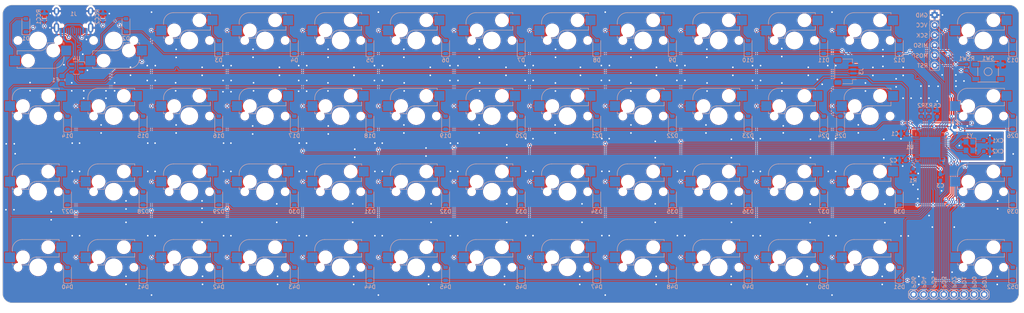
<source format=kicad_pcb>
(kicad_pcb (version 20221018) (generator pcbnew)
  (layers (0 "F.Cu" signal) (31 "B.Cu" signal) (34 "B.Paste" user) (35 "F.Paste" user) (36 "B.SilkS" user "B.Silkscreen") (37 "F.SilkS" user "F.Silkscreen") (38 "B.Mask" user) (39 "F.Mask" user) (44 "Edge.Cuts" user))
  (net 0 "")
  (net 1 "Net-(U1-UCAP)")
  (net 2 "GND")
  (net 3 "VCC")
  (net 4 "XTAL2")
  (net 5 "XTAL1")
  (net 6 "Net-(D1-A)")
  (net 7 "Net-(D2-A)")
  (net 8 "row2")
  (net 9 "Net-(D3-A)")
  (net 10 "Net-(D4-A)")
  (net 11 "Net-(D5-A)")
  (net 12 "Net-(D6-A)")
  (net 13 "Net-(D7-A)")
  (net 14 "Net-(D8-A)")
  (net 15 "Net-(D9-A)")
  (net 16 "Net-(D10-A)")
  (net 17 "Net-(D11-A)")
  (net 18 "Net-(D12-A)")
  (net 19 "Net-(D13-A)")
  (net 20 "Net-(D14-A)")
  (net 21 "Net-(D15-A)")
  (net 22 "Net-(D16-A)")
  (net 23 "Net-(D17-A)")
  (net 24 "Net-(D18-A)")
  (net 25 "Net-(D19-A)")
  (net 26 "Net-(D20-A)")
  (net 27 "Net-(D21-A)")
  (net 28 "Net-(D22-A)")
  (net 29 "Net-(D23-A)")
  (net 30 "Net-(D24-A)")
  (net 31 "Net-(D25-A)")
  (net 32 "Net-(D26-A)")
  (net 33 "Net-(D27-A)")
  (net 34 "Net-(D28-A)")
  (net 35 "Net-(D29-A)")
  (net 36 "Net-(D30-A)")
  (net 37 "Net-(D31-A)")
  (net 38 "Net-(D32-A)")
  (net 39 "Net-(D33-A)")
  (net 40 "Net-(D34-A)")
  (net 41 "Net-(D35-A)")
  (net 42 "Net-(D36-A)")
  (net 43 "Net-(D37-A)")
  (net 44 "Net-(D38-A)")
  (net 45 "Net-(D39-A)")
  (net 46 "Net-(D40-A)")
  (net 47 "Net-(D41-A)")
  (net 48 "Net-(D42-A)")
  (net 49 "Net-(D43-A)")
  (net 50 "Net-(D44-A)")
  (net 51 "Net-(D45-A)")
  (net 52 "Net-(D46-A)")
  (net 53 "Net-(D47-A)")
  (net 54 "Net-(D48-A)")
  (net 55 "Net-(D49-A)")
  (net 56 "Net-(D50-A)")
  (net 57 "Net-(D51-A)")
  (net 58 "Net-(D52-A)")
  (net 59 "VBUS")
  (net 60 "DBUS-")
  (net 61 "DBUS+")
  (net 62 "col0")
  (net 63 "col3")
  (net 64 "col4")
  (net 65 "col5")
  (net 66 "col6")
  (net 67 "col7")
  (net 68 "col8")
  (net 69 "col9")
  (net 70 "Net-(U1-~{HWB}{slash}PE2)")
  (net 71 "D+")
  (net 72 "D-")
  (net 73 "Net-(J1-CC1)")
  (net 74 "Net-(J1-CC2)")
  (net 75 "ISP_Reset")
  (net 79 "row3")
  (net 80 "row0")
  (net 81 "row1")
  (net 82 "col11{slash}miso")
  (net 83 "col10{slash}mosi")
  (net 84 "col12{slash}sck")
  (net 85 "col1")
  (net 86 "col2")
  (net 87 "extra1")
  (net 88 "extra2")
  (net 89 "extra3")
  (net 90 "extra4")
  (net 91 "extra5")
  (net 92 "extra6")
  (net 93 "extra7")
  (net 94 "extra8")
  (footprint "MX_Only:MXOnly-1U-Hotswap" (layer "F.Cu") (at 72.628186 86.915698)
    (fp_text reference "MX42")
    (fp_text value "MX-NoLED")
  )
  (footprint "MX_Only:MXOnly-1U-Hotswap" (layer "F.Cu") (at 186.928282 29.76565)
    (fp_text reference "MX9")
    (fp_text value "MX-NoLED")
  )
  (footprint "MX_Only:MXOnly-1U-Hotswap" (layer "F.Cu") (at 72.628186 29.76565)
    (fp_text reference "MX3")
    (fp_text value "MX-NoLED")
  )
  (footprint "MX_Only:MXOnly-1U-Hotswap" (layer "F.Cu") (at 53.57817 86.915698)
    (fp_text reference "MX41")
    (fp_text value "MX-NoLED")
  )
  (footprint "MX_Only:MXOnly-1U-Hotswap" (layer "F.Cu") (at 244.07833 48.815666)
    (fp_text reference "MX25")
    (fp_text value "MX-NoLED")
  )
  (footprint "MX_Only:MXOnly-1U-Hotswap" (layer "F.Cu") (at 186.928282 48.815666)
    (fp_text reference "MX22")
    (fp_text value "MX-NoLED")
  )
  (footprint "MX_Only:MXOnly-1U-Hotswap" (layer "F.Cu") (at 205.978298 86.915698)
    (fp_text reference "MX49")
    (fp_text value "MX-NoLED")
  )
  (footprint "MX_Only:MXOnly-1U-Hotswap" (layer "F.Cu") (at 205.978298 29.76565)
    (fp_text reference "MX10")
    (fp_text value "MX-NoLED")
  )
  (footprint "MX_Only:MXOnly-1U-Hotswap" (layer "F.Cu") (at 129.778234 48.815666)
    (fp_text reference "MX19")
    (fp_text value "MX-NoLED")
  )
  (footprint "MX_Only:MXOnly-1U-Hotswap" (layer "F.Cu") (at 167.878266 48.815666)
    (fp_text reference "MX21")
    (fp_text value "MX-NoLED")
  )
  (footprint "MX_Only:MXOnly-1U-Hotswap" (layer "F.Cu") (at 72.628186 48.815666)
    (fp_text reference "MX16")
    (fp_text value "MX-NoLED")
  )
  (footprint "MX_Only:MXOnly-1U-Hotswap" (layer "F.Cu") (at 129.778234 67.865682)
    (fp_text reference "MX32")
    (fp_text value "MX-NoLED")
  )
  (footprint "MX_Only:MXOnly-1U-Hotswap" (layer "F.Cu") (at 167.878266 29.76565)
    (fp_text reference "MX8")
    (fp_text value "MX-NoLED")
  )
  (footprint "MX_Only:MXOnly-1U-Hotswap" (layer "F.Cu") (at 148.82825 67.865682)
    (fp_text reference "MX33")
    (fp_text value "MX-NoLED")
  )
  (footprint "MX_Only:MXOnly-1U-Hotswap" (layer "F.Cu") (at 225.028314 67.865682)
    (fp_text reference "MX37")
    (fp_text value "MX-NoLED")
  )
  (footprint "MX_Only:MXOnly-1U-Hotswap" (layer "F.Cu") (at 167.878266 67.865682)
    (fp_text reference "MX34")
    (fp_text value "MX-NoLED")
  )
  (footprint "MX_Only:MXOnly-1U-Hotswap" (layer "F.Cu") (at 53.57817 67.865682)
    (fp_text reference "MX28")
    (fp_text value "MX-NoLED")
  )
  (footprint "MX_Only:MXOnly-1U-Hotswap" (layer "F.Cu") (at 167.878266 86.915698)
    (fp_text reference "MX47")
    (fp_text value "MX-NoLED")
  )
  (footprint "MX_Only:MXOnly-1U-Hotswap" (layer "F.Cu") (at 129.778234 86.915698)
    (fp_text reference "MX45")
    (fp_text value "MX-NoLED")
  )
  (footprint "MX_Only:MXOnly-1U-Hotswap" (layer "F.Cu") (at 91.678202 29.76565)
    (fp_text reference "MX4")
    (fp_text value "MX-NoLED")
  )
  (footprint "MX_Only:MXOnly-1U-Hotswap" (layer "F.Cu") (at 72.628186 67.865682)
    (fp_text reference "MX29")
    (fp_text value "MX-NoLED")
  )
  (footprint "MX_Only:MXOnly-1U-Hotswap" (layer "F.Cu") (at 148.82825 29.76565)
    (fp_text reference "MX7")
    (fp_text value "MX-NoLED")
  )
  (footprint "MX_Only:MXOnly-1U-Hotswap" (layer "F.Cu") (at 110.728218 48.815666)
    (fp_text reference "MX18")
    (fp_text value "MX-NoLED")
  )
  (footprint "MX_Only:MXOnly-1U-Hotswap" (layer "F.Cu") (at 272.653354 67.865682)
    (fp_text reference "MX39")
    (fp_text value "MX-NoLED")
  )
  (footprint "MX_Only:MXOnly-1U-Hotswap" (layer "F.Cu") (at 225.028314 48.815666)
    (fp_text reference "MX24")
    (fp_text value "MX-NoLED")
  )
  (footprint "MX_Only:MXOnly-1U-Hotswap" (layer "F.Cu") (at 91.678202 86.915698)
    (fp_text reference "MX43")
    (fp_text value "MX-NoLED")
  )
  (footprint "MX_Only:MXOnly-1U-Hotswap" (layer "F.Cu") (at 272.653354 29.76565)
    (fp_text reference "MX13")
    (fp_text value "MX-NoLED")
  )
  (footprint "MX_Only:MXOnly-1U-Hotswap" (layer "F.Cu") (at 129.778234 29.76565)
    (fp_text reference "MX6")
    (fp_text value "MX-NoLED")
  )
  (footprint "MX_Only:MXOnly-1U-Hotswap" (layer "F.Cu") (at 205.978298 67.865682)
    (fp_text reference "MX36")
    (fp_text value "MX-NoLED")
  )
  (footprint "MX_Only:MXOnly-1U-Hotswap" (layer "F.Cu") (at 91.678202 67.865682)
    (fp_text reference "MX30")
    (fp_text value "MX-NoLED")
  )
  (footprint "MX_Only:MXOnly-1U-Hotswap" (layer "F.Cu") (at 186.928282 67.865682)
    (fp_text reference "MX35")
    (fp_text value "MX-NoLED")
  )
  (footprint "MX_Only:MXOnly-1U-Hotswap" (layer "F.Cu") (at 53.57817 48.815666)
    (fp_text reference "MX15")
    (fp_text value "MX-NoLED")
  )
  (footprint "MX_Only:MXOnly-1U-Hotswap" (layer "F.Cu") (at 186.928282 86.915698)
    (fp_text reference "MX48")
    (fp_text value "MX-NoLED")
  )
  (footprint "MX_Only:MXOnly-1U-Hotswap" (layer "F.Cu") (at 110.728218 67.865682)
    (fp_text reference "MX31")
    (fp_text value "MX-NoLED")
  )
  (footprint "MX_Only:MXOnly-1U-Hotswap" (layer "F.Cu") (at 91.678202 48.815666)
    (fp_text reference "MX17")
    (fp_text value "MX-NoLED")
  )
  (footprint "MX_Only:MXOnly-1U-Hotswap" (layer "F.Cu") (at 244.07833 86.915698)
    (fp_text reference "MX51")
    (fp_text value "MX-NoLED")
  )
  (footprint "MX_Only:MXOnly-1U-Hotswap" (layer "F.Cu") (at 110.728218 86.915698)
    (fp_text reference "MX44")
    (fp_text value "MX-NoLED")
  )
  (footprint "MX_Only:MXOnly-1U-Hotswap" (layer "F.Cu") (at 34.528154 67.865682)
    (fp_text reference "MX27")
    (fp_text value "MX-NoLED")
  )
  (footprint "MX_Only:MXOnly-1U-Hotswap" (layer "F.Cu") (at 34.528154 86.915698)
    (fp_text reference "MX40")
    (fp_text value "MX-NoLED")
  )
  (footprint "MX_Only:MXOnly-1U-Hotswap" (layer "F.Cu") (at 244.07833 29.76565)
    (fp_text reference "MX12")
    (fp_text value "MX-NoLED")
  )
  (footprint "MX_Only:MXOnly-1U-Hotswap" (layer "F.Cu") (at 225.028314 29.76565)
    (fp_text reference "MX11")
    (fp_text value "MX-NoLED")
  )
  (footprint "MX_Only:MXOnly-1U-Hotswap" (layer "F.Cu") (at 205.978298 48.815666)
    (fp_text reference "MX23")
    (fp_text value "MX-NoLED")
  )
  (footprint "MX_Only:MXOnly-1U-Hotswap" (layer "F.Cu") (at 272.653354 86.915698)
    (fp_text reference "MX52")
    (fp_text value "MX-NoLED")
  )
  (footprint "MX_Only:MXOnly-1U-Hotswap" (layer "F.Cu") (at 53.57817 29.76565 180)
    (fp_text reference "MX2")
    (fp_text value "MX-NoLED")
  )
  (footprint "MX_Only:MXOnly-1U-Hotswap" (layer "F.Cu") (at 225.028314 86.915698)
    (fp_text reference "MX50")
    (fp_text value "MX-NoLED")
  )
  (footprint "MX_Only:MXOnly-1U-Hotswap" (layer "F.Cu") (at 148.82825 48.815666)
    (fp_text reference "MX20")
    (fp_text value "MX-NoLED")
  )
  (footprint "MX_Only:MXOnly-1U-Hotswap" (layer "F.Cu") (at 272.653354 48.815666)
    (fp_text reference "MX26")
    (fp_text value "MX-NoLED")
  )
  (footprint "MX_Only:MXOnly-1U-Hotswap" (layer "F.Cu") (at 34.528154 29.76565 180)
    (fp_text reference "MX1")
    (fp_text value "MX-NoLED")
  )
  (footprint "MX_Only:MXOnly-1U-Hotswap" (layer "F.Cu") (at 244.07833 67.865682)
    (fp_text reference "MX38")
    (fp_text value "MX-NoLED")
  )
  (footprint "MX_Only:MXOnly-1U-Hotswap" (layer "F.Cu") (at 110.728218 29.76565)
    (fp_text reference "MX5")
    (fp_text value "MX-NoLED")
  )
  (footprint "MX_Only:MXOnly-1U-Hotswap" (layer "F.Cu") (at 148.82825 86.915698)
    (fp_text reference "MX46")
    (fp_text value "MX-NoLED")
  )
  (footprint "MX_Only:MXOnly-1U-Hotswap" (layer "F.Cu") (at 34.528154 48.815666)
    (fp_text reference "MX14")
    (fp_text value "MX-NoLED")
  )
  (footprint "Diode_SMD:D_SOD-123" (layer "B.Cu") (at 156.225 31.425 90)
    (fp_text reference "D7")
    (fp_text value "D_Small")
  )
  (footprint "Capacitor_SMD:C_0603_1608Metric" (layer "B.Cu") (at 265.475 52.375 90)
    (fp_text reference "C4")
    (fp_text value ".1uF")
  )
  (footprint "Resistor_SMD:R_0603_1608Metric" (layer "B.Cu") (at 268.45 36.55 90)
    (fp_text reference "RSW1")
    (fp_text value "10k")
  )
  (footprint "Diode_SMD:D_SOD-123" (layer "B.Cu") (at 175.275 31.425 90)
    (fp_text reference "D8")
    (fp_text value "D_Small")
  )
  (footprint "Diode_SMD:D_SOD-123" (layer "B.Cu") (at 41.925 50.475 90)
    (fp_text reference "D14")
    (fp_text value "D_Small")
  )
  (footprint "Diode_SMD:D_SOD-123" (layer "B.Cu") (at 194.325 69.55 90)
    (fp_text reference "D35")
    (fp_text value "D_Small")
  )
  (footprint "Diode_SMD:D_SOD-123" (layer "B.Cu") (at 232.425 31.425 90)
    (fp_text reference "D11")
    (fp_text value "D_Small")
  )
  (footprint "Fuse:Fuse_0805_2012Metric_Pad1.15x1.40mm_HandSolder" (layer "B.Cu") (at 40.55 39.725 90)
    (fp_text reference "F1")
    (fp_text value ".5A")
  )
  (footprint "Diode_SMD:D_SOD-123" (layer "B.Cu") (at 280.05 69.55 90)
    (fp_text reference "D39")
    (fp_text value "D_Small")
  )
  (footprint "Diode_SMD:D_SOD-123" (layer "B.Cu") (at 156.225 88.55 90)
    (fp_text reference "D46")
    (fp_text value "D_Small")
  )
  (footprint "Diode_SMD:D_SOD-123" (layer "B.Cu") (at 41.925 88.55 90)
    (fp_text reference "D40")
    (fp_text value "D_Small")
  )
  (footprint "Capacitor_SMD:C_0603_1608Metric" (layer "B.Cu") (at 273.525 55)
    (fp_text reference "CX1")
    (fp_text value "22pF")
  )
  (footprint "Capacitor_SMD:C_0603_1608Metric" (layer "B.Cu") (at 252.675 53.25 180)
    (fp_text reference "C1")
    (fp_text value "10uF")
  )
  (footprint "acheron_Connectors:TYPE-C-31-M-12" (layer "B.Cu") (at 43.457849 28.064085)
    (fp_text reference "J1")
    (fp_text value "TYPE-C-31-M12_13")
  )
  (footprint "Diode_SMD:D_SOD-123" (layer "B.Cu") (at 99.075 31.425 90)
    (fp_text reference "D4")
    (fp_text value "D_Small")
  )
  (footprint "Crystal:Crystal_SMD_3225-4Pin_3.2x2.5mm" (layer "B.Cu") (at 269.125 56.375 -90)
    (fp_text reference "Y1")
    (fp_text value "16MHz")
  )
  (footprint "Capacitor_SMD:C_0603_1608Metric" (layer "B.Cu") (at 252.3 59.975 180)
    (fp_text reference "C2")
    (fp_text value ".1uF")
  )
  (footprint "Diode_SMD:D_SOD-123" (layer "B.Cu") (at 80.025 69.55 90)
    (fp_text reference "D29")
    (fp_text value "D_Small")
  )
  (footprint "Diode_SMD:D_SOD-123" (layer "B.Cu") (at 232.425 50.475 90)
    (fp_text reference "D24")
    (fp_text value "D_Small")
  )
  (footprint "Diode_SMD:D_SOD-123" (layer "B.Cu") (at 118.125 69.55 90)
    (fp_text reference "D31")
    (fp_text value "D_Small")
  )
  (footprint "Diode_SMD:D_SOD-123" (layer "B.Cu") (at 137.175 88.55 90)
    (fp_text reference "D45")
    (fp_text value "D_Small")
  )
  (footprint "Diode_SMD:D_SOD-123" (layer "B.Cu") (at 80.025 50.475 90)
    (fp_text reference "D16")
    (fp_text value "D_Small")
  )
  (footprint "Diode_SMD:D_SOD-123" (layer "B.Cu") (at 60.975 88.55 90)
    (fp_text reference "D41")
    (fp_text value "D_Small")
  )
  (footprint "Diode_SMD:D_SOD-123" (layer "B.Cu") (at 280.05 31.425 90)
    (fp_text reference "D13")
    (fp_text value "D_Small")
  )
  (footprint "Diode_SMD:D_SOD-123" (layer "B.Cu") (at 213.375 88.55 90)
    (fp_text reference "D49")
    (fp_text value "D_Small")
  )
  (footprint "Resistor_SMD:R_0603_1608Metric" (layer "B.Cu") (at 258.925 48.15 -90)
    (fp_text reference "R3")
    (fp_text value "22")
  )
  (footprint "Diode_SMD:D_SOD-123" (layer "B.Cu") (at 251.475 88.55 90)
    (fp_text reference "D51")
    (fp_text value "D_Small")
  )
  (footprint "Diode_SMD:D_SOD-123" (layer "B.Cu") (at 232.425 88.55 90)
    (fp_text reference "D50")
    (fp_text value "D_Small")
  )
  (footprint "Capacitor_SMD:C_0603_1608Metric" (layer "B.Cu") (at 261.025 48.2 90)
    (fp_text reference "C5")
    (fp_text value "1uF")
  )
  (footprint "Diode_SMD:D_SOD-123" (layer "B.Cu") (at 280.05 88.55 90)
    (fp_text reference "D52")
    (fp_text value "D_Small")
  )
  (footprint "Resistor_SMD:R_0603_1608Metric" (layer "B.Cu") (at 257 48.15 90)
    (fp_text reference "R2")
    (fp_text value "22")
  )
  (footprint "Diode_SMD:D_SOD-123" (layer "B.Cu") (at 232.425 69.55 90)
    (fp_text reference "D37")
    (fp_text value "D_Small")
  )
  (footprint "Diode_SMD:D_SOD-123" (layer "B.Cu") (at 80.025 31.425 90)
    (fp_text reference "D3")
    (fp_text value "D_Small")
  )
  (footprint "Capacitor_SMD:C_0603_1608Metric" (layer "B.Cu") (at 261.825 64.25 -90)
    (fp_text reference "C3")
    (fp_text value ".1uF")
  )
  (footprint "Diode_SMD:D_SOD-123" (layer "B.Cu") (at 118.125 50.475 90)
    (fp_text reference "D18")
    (fp_text value "D_Small")
  )
  (footprint "Diode_SMD:D_SOD-123" (layer "B.Cu") (at 60.975 69.55 90)
    (fp_text reference "D28")
    (fp_text value "D_Small")
  )
  (footprint "Package_DFN_QFN:QFN-44-1EP_7x7mm_P0.5mm_EP5.2x5.2mm" (layer "B.Cu") (at 259.25 56.625 -90)
    (fp_text reference "U1")
    (fp_text value "ATmega32U4-M")
  )
  (footprint "Diode_SMD:D_SOD-123" (layer "B.Cu") (at 137.175 69.55 90)
    (fp_text reference "D32")
    (fp_text value "D_Small")
  )
  (footprint "Resistor_SMD:R_0603_1608Metric" (layer "B.Cu") (at 50.85 23.825 -90)
    (fp_text reference "RCC2")
    (fp_text value "5.1k")
  )
  (footprint "Diode_SMD:D_SOD-123" (layer "B.Cu") (at 118.125 31.425 90)
    (fp_text reference "D5")
    (fp_text value "D_Small")
  )
  (footprint "Diode_SMD:D_SOD-123" (layer "B.Cu") (at 41.925 69.55 90)
    (fp_text reference "D27")
    (fp_text value "D_Small")
  )
  (footprint "Diode_SMD:D_SOD-123" (layer "B.Cu") (at 194.325 88.55 90)
    (fp_text reference "D48")
    (fp_text value "D_Small")
  )
  (footprint "Diode_SMD:D_SOD-123" (layer "B.Cu") (at 175.275 69.55 90)
    (fp_text reference "D34")
    (fp_text value "D_Small")
  )
  (footprint "Diode_SMD:D_SOD-123" (layer "B.Cu") (at 156.225 50.475 90)
    (fp_text reference "D20")
    (fp_text value "D_Small")
  )
  (footprint "Connector_JST:JST_SH_SM04B-SRSS-TB_1x04-1MP_P1.00mm_Horizontal" (layer "B.Cu") (at 237.9 37.55 90)
    (fp_text reference "J3")
    (fp_text value "4PIN")
  )
  (footprint "Diode_SMD:D_SOD-123" (layer "B.Cu") (at 137.175 50.475 90)
    (fp_text reference "D19")
    (fp_text value "D_Small")
  )
  (footprint "Resistor_SMD:R_0603_1608Metric" (layer "B.Cu") (at 254.95 62.925 90)
    (fp_text reference "R1")
    (fp_text value "10k")
  )
  (footprint "Connector_PinSocket_2.54mm:PinSocket_1x08_P2.54mm_Vertical" (layer "B.Cu") (at 255.075 93.75 -90)
    (fp_text reference "J5")
    (fp_text value "Conn_01x08")
  )
  (footprint "Diode_SMD:D_SOD-123" (layer "B.Cu") (at 137.175 31.425 90)
    (fp_text reference "D6")
    (fp_text value "D_Small")
  )
  (footprint "Diode_SMD:D_SOD-123" (layer "B.Cu") (at 251.475 31.425 90)
    (fp_text reference "D12")
    (fp_text value "D_Small")
  )
  (footprint "Diode_SMD:D_SOD-123" (layer "B.Cu") (at 99.075 69.55 90)
    (fp_text reference "D30")
    (fp_text value "D_Small")
  )
  (footprint "Diode_SMD:D_SOD-123" (layer "B.Cu") (at 56.675 25.95 90)
    (fp_text reference "D2")
    (fp_text value "D_Small")
  )
  (footprint "Capacitor_SMD:C_0603_1608Metric" (layer "B.Cu") (at 273.525 57.7)
    (fp_text reference "CX2")
    (fp_text value "22pF")
  )
  (footprint "Diode_SMD:D_SOD-123" (layer "B.Cu") (at 156.225 69.55 90)
    (fp_text reference "D33")
    (fp_text value "D_Small")
  )
  (footprint "Diode_SMD:D_SOD-123" (layer "B.Cu") (at 194.325 50.475 90)
    (fp_text reference "D22")
    (fp_text value "D_Small")
  )
  (footprint "Resistor_SMD:R_0603_1608Metric" (layer "B.Cu") (at 36.1 23.825 -90)
    (fp_text reference "RCC1")
    (fp_text value "5.1k")
  )
  (footprint "Diode_SMD:D_SOD-123" (layer "B.Cu") (at 213.375 69.55 90)
    (fp_text reference "D36")
    (fp_text value "D_Small")
  )
  (footprint "Diode_SMD:D_SOD-123" (layer "B.Cu") (at 99.075 88.55 90)
    (fp_text reference "D43")
    (fp_text value "D_Small")
  )
  (footprint "Diode_SMD:D_SOD-123" (layer "B.Cu") (at 175.275 88.55 90)
    (fp_text reference "D47")
    (fp_text value "D_Small")
  )
  (footprint "Diode_SMD:D_SOD-123" (layer "B.Cu") (at 194.325 31.425 90)
    (fp_text reference "D9")
    (fp_text value "D_Small")
  )
  (footprint "Diode_SMD:D_SOD-123" (layer "B.Cu") (at 31.45 25.95 90)
    (fp_text reference "D1")
    (fp_text value "D_Small")
  )
  (footprint "marbastlib-various:SOT-23-6-routable" (layer "B.Cu") (at 44.175 36.7 180)
    (fp_text reference "U4")
    (fp_text value "USBLC6-2SC6")
  )
  (footprint "Diode_SMD:D_SOD-123" (layer "B.Cu") (at 175.275 50.475 90)
    (fp_text reference "D21")
    (fp_text value "D_Small")
  )
  (footprint "Diode_SMD:D_SOD-123" (layer "B.Cu") (at 251.475 69.55 90)
    (fp_text reference "D38")
    (fp_text value "D_Small")
  )
  (footprint "Diode_SMD:D_SOD-123" (layer "B.Cu") (at 60.975 50.475 90)
    (fp_text reference "D15")
    (fp_text value "D_Small")
  )
  (footprint "acheron_Connectors:PinHeader_1x6_P2.54mm_Vertical" (layer "B.Cu") (at 260.375 29.7 180)
    (fp_text reference "J2" hide)
    (fp_text value "AVR-ISP-6_mod" hide)
  )
  (footprint "random-keyboard-parts:SKQG-1155865" (layer "B.Cu") (at 273.85 37.625)
    (fp_text reference "SW1")
    (fp_text value "SW_PUSH")
  )
  (footprint "Diode_SMD:D_SOD-123" (layer "B.Cu") (at 213.375 50.475 90)
    (fp_text reference "D23")
    (fp_text value "D_Small")
  )
  (footprint "Diode_SMD:D_SOD-123" (layer "B.Cu") (at 236.675 50.475 90)
    (fp_text reference "D25")
    (fp_text value "D_Small")
  )
  (footprint "Diode_SMD:D_SOD-123" (layer "B.Cu") (at 80.025 88.55 90)
    (fp_text reference "D42")
    (fp_text value "D_Small")
  )
  (footprint "Diode_SMD:D_SOD-123" (layer "B.Cu") (at 280.05 50.475 90)
    (fp_text reference "D26")
    (fp_text value "D_Small")
  )
  (footprint "Diode_SMD:D_SOD-123" (layer "B.Cu") (at 213.375 31.425 90)
    (fp_text reference "D10")
    (fp_text value "D_Small")
  )
  (footprint "Diode_SMD:D_SOD-123" (layer "B.Cu") (at 118.125 88.55 90)
    (fp_text reference "D44")
    (fp_text value "D_Small")
  )
  (footprint "Diode_SMD:D_SOD-123" (layer "B.Cu") (at 99.075 50.475 90)
    (fp_text reference "D17")
    (fp_text value "D_Small")
  )
  (gr_arc (start 281.583049 93.464141) (mid 280.885596 95.14794) (end 279.201797 95.845393) (stroke (width 0.1)) (layer "Edge.Cuts"))
  (gr_line (start 281.58305 23.217206) (end 281.583049 93.464141) (stroke (width 0.1)) (layer "Edge.Cuts"))
  (gr_line (start 25.598459 93.464141) (end 25.598459 23.217207) (stroke (width 0.1)) (layer "Edge.Cuts"))
  (gr_arc (start 279.201798 20.835954) (mid 280.885597 21.533407) (end 281.58305 23.217206) (stroke (width 0.1)) (layer "Edge.Cuts"))
  (gr_line (start 279.201797 95.845393) (end 27.979711 95.845393) (stroke (width 0.1)) (layer "Edge.Cuts"))
  (gr_arc (start 25.598459 23.217207) (mid 26.295912 21.533408) (end 27.979711 20.835955) (stroke (width 0.1)) (layer "Edge.Cuts"))
  (gr_line (start 27.979711 20.835955) (end 279.201798 20.835954) (stroke (width 0.1)) (layer "Edge.Cuts"))
  (gr_arc (start 27.979711 95.845393) (mid 26.295912 95.14794) (end 25.598459 93.464141) (stroke (width 0.1)) (layer "Edge.Cuts"))
  (segment (start 261.025 49.575) (end 261.025 48.975) (width 0.254) (layer "B.Cu") (net 1))
  (segment (start 259.25 53.2875) (end 259.25 51.35) (width 0.254) (layer "B.Cu") (net 1))
  (segment (start 259.25 51.35) (end 261.025 49.575) (width 0.254) (layer "B.Cu") (net 1))
  (segment (start 114.1 36.525) (end 114.1 38.55) (width 0.254) (layer "F.Cu") (net 2))
  (segment (start 190.225 89.2) (end 190.225 91.225) (width 0.254) (layer "F.Cu") (net 2))
  (segment (start 94.65 70.925) (end 94.65 74.525) (width 0.254) (layer "F.Cu") (net 2))
  (segment (start 190 70.925) (end 190 74.525) (width 0.254) (layer "F.Cu") (net 2))
  (segment (start 88.675 31.975) (end 88.675 34) (width 0.254) (layer "F.Cu") (net 2))
  (segment (start 164.875 31.975) (end 164.875 34) (width 0.254) (layer "F.Cu") (net 2))
  (segment (start 113.775 70.925) (end 113.775 74.525) (width 0.254) (layer "F.Cu") (net 2))
  (segment (start 241.15 51.025) (end 241.15 53.05) (width 0.254) (layer "F.Cu") (net 2))
  (segment (start 259.8 76.775) (end 265.325 76.775) (width 0.254) (layer "F.Cu") (net 2))
  (segment (start 262.125 67.65) (end 260.575 66.1) (width 0.254) (layer "F.Cu") (net 2))
  (segment (start 88.575 51.05) (end 88.575 53.075) (width 0.254) (layer "F.Cu") (net 2))
  (segment (start 183.85 40.475) (end 183.85 42.5) (width 0.254) (layer "F.Cu") (net 2))
  (segment (start 203 31.975) (end 203 34) (width 0.254) (layer "F.Cu") (net 2))
  (segment (start 114.3 57.15) (end 114.3 59.175) (width 0.254) (layer "F.Cu") (net 2))
  (segment (start 37.825 72.925) (end 37.825 74.95) (width 0.254) (layer "F.Cu") (net 2))
  (segment (start 126.675 51.05) (end 126.675 53.075) (width 0.254) (layer "F.Cu") (net 2))
  (segment (start 229.1 54.65) (end 229.1 58.25) (width 0.254) (layer "F.Cu") (net 2))
  (segment (start 203.05 40.475) (end 203.05 42.5) (width 0.254) (layer "F.Cu") (net 2))
  (segment (start 152.6 56.325) (end 152.6 56.05) (width 0.254) (layer "F.Cu") (net 2))
  (segment (start 221.9 40.475) (end 221.9 42.5) (width 0.254) (layer "F.Cu") (net 2))
  (segment (start 45.775 35.25) (end 45.775 33.225) (width 0.254) (layer "F.Cu") (net 2))
  (segment (start 69.3 32) (end 69.3 34.025) (width 0.254) (layer "F.Cu") (net 2))
  (segment (start 209.175 54.65) (end 209.175 58.25) (width 0.254) (layer "F.Cu") (net 2))
  (segment (start 107.575 31.975) (end 107.575 34) (width 0.254) (layer "F.Cu") (net 2))
  (segment (start 50.4 51.05) (end 50.4 53.075) (width 0.254) (layer "F.Cu") (net 2))
  (segment (start 260.25 66.1) (end 254.95 66.1) (width 0.254) (layer "F.Cu") (net 2))
  (segment (start 152.6 70.925) (end 152.6 74.525) (width 0.254) (layer "F.Cu") (net 2))
  (segment (start 209.2 74.525) (end 209.2 75.575) (width 0.254) (layer "F.Cu") (net 2))
  (segment (start 45.15 35.875) (end 45.775 35.25) (width 0.254) (layer "F.Cu") (net 2))
  (segment (start 133.525 74.525) (end 133.525 75.575) (width 0.254) (layer "F.Cu") (net 2))
  (segment (start 221.875 31.7875) (end 221.875 33.8125) (width 0.254) (layer "F.Cu") (net 2))
  (segment (start 170.975 89.2) (end 170.975 91.225) (width 0.254) (layer "F.Cu") (net 2))
  (segment (start 94.65 74.525) (end 94.65 75.575) (width 0.254) (layer "F.Cu") (net 2))
  (segment (start 244.825 36.55) (end 244.825 38.575) (width 0.254) (layer "F.Cu") (net 2))
  (segment (start 114.025 89.2) (end 114.025 91.225) (width 0.254) (layer "F.Cu") (net 2))
  (segment (start 126.75 40.45) (end 126.75 42.475) (width 0.254) (layer "F.Cu") (net 2))
  (segment (start 247.175 89.2) (end 247.175 91.225) (width 0.254) (layer "F.Cu") (net 2))
  (segment (start 164.85 40.475) (end 164.85 42.5) (width 0.254) (layer "F.Cu") (net 2))
  (segment (start 171.55 74.525) (end 171.55 75.575) (width 0.254) (layer "F.Cu") (net 2))
  (segment (start 209.2 70.925) (end 209.2 74.525) (width 0.254) (layer "F.Cu") (net 2))
  (segment (start 229.025 74.6) (end 229.025 75.65) (width 0.254) (layer "F.Cu") (net 2))
  (segment (start 183.875 31.975) (end 183.875 34) (width 0.254) (layer "F.Cu") (net 2))
  (segment (start 209.125 89.2) (end 209.125 91.225) (width 0.254) (layer "F.Cu") (net 2))
  (segment (start 190.3 36.525) (end 190.3 38.55) (width 0.254) (layer "F.Cu") (net 2))
  (segment (start 259.825 88.125) (end 264.775 88.125) (width 0.254) (layer "F.Cu") (net 2))
  (segment (start 260.575 66.1) (end 260.25 66.1) (width 0.254) (layer "F.Cu") (net 2))
  (segment (start 209.175 58.25) (end 209.175 59.3) (width 0.254) (layer "F.Cu") (net 2))
  (segment (start 152.4 36.525) (end 152.4 38.55) (width 0.254) (layer "F.Cu") (net 2))
  (segment (start 133.325 36.525) (end 133.325 38.55) (width 0.254) (layer "F.Cu") (net 2))
  (segment (start 256.925 41.25) (end 258.95 41.25) (width 0.254) (layer "F.Cu") (net 2))
  (segment (start 252.45 36.55) (end 252.45 38.575) (width 0.254) (layer "F.Cu") (net 2))
  (segment (start 133.525 70.925) (end 133.525 74.525) (width 0.254) (layer "F.Cu") (net 2))
  (segment (start 171.15 36.525) (end 171.15 38.55) (width 0.254) (layer "F.Cu") (net 2))
  (segment (start 113.775 74.525) (end 113.775 75.575) (width 0.254) (layer "F.Cu") (net 2))
  (segment (start 75.95 89.175) (end 75.95 91.2) (width 0.254) (layer "F.Cu") (net 2))
  (segment (start 222.25 51.025) (end 222.25 53.05) (width 0.254) (layer "F.Cu") (net 2))
  (segment (start 242.95 40.475) (end 242.95 42.5) (width 0.254) (layer "F.Cu") (net 2))
  (segment (start 250.675 39.425) (end 250.675 41.45) (width 0.254) (layer "F.Cu") (net 2))
  (segment (start 229.025 71) (end 229.025 74.6) (width 0.254) (layer "F.Cu") (net 2))
  (segment (start 228.55 36.525) (end 228.55 38.55) (width 0.254) (layer "F.Cu") (net 2))
  (segment (start 107.55 40.45) (end 107.55 42.475) (width 0.254) (layer "F.Cu") (net 2))
  (segment (start 145.75 40.45) (end 145.75 42.475) (width 0.254) (layer "F.Cu") (net 2))
  (segment (start 132.25 56.85) (end 132.25 58.875) (width 0.254) (layer "F.Cu") (net 2))
  (segment (start 126.675 31.975) (end 126.675 34) (width 0.254) (layer "F.Cu") (net 2))
  (segment (start 190 59.3) (end 190 55.175) (width 0.254) (layer "F.Cu") (net 2))
  (segment (start 261.25 41.3) (end 265.75 41.3) (width 0.254) (layer "F.Cu") (net 2))
  (segment (start 256.925 44.3) (end 258.95 44.3) (width 0.254) (layer "F.Cu") (net 2))
  (segment (start 57.8 36.5) (end 57.8 38.525) (width 0.254) (layer "F.Cu") (net 2))
  (segment (start 229.1 58.25) (end 229.1 59.3) (width 0.254) (layer "F.Cu") (net 2))
  (segment (start 145.625 51.3) (end 145.625 53.075) (width 0.254) (layer "F.Cu") (net 2))
  (segment (start 202.775 51.05) (end 202.775 53.075) (width 0.254) (layer "F.Cu") (net 2))
  (segment (start 232.05 40.8) (end 230.845518 39.595518) (width 0.254) (layer "F.Cu") (net 2))
  (segment (start 69.3 51.05) (end 69.3 53.075) (width 0.254) (layer "F.Cu") (net 2))
  (segment (start 247.85 74.6) (end 247.85 75.65) (width 0.254) (layer "F.Cu") (net 2))
  (segment (start 75.825 70.175) (end 75.825 75.575) (width 0.254) (layer "F.Cu") (net 2))
  (segment (start 190 74.525) (end 190 75.575) (width 0.254) (layer "F.Cu") (net 2))
  (segment (start 94.85 89.175) (end 94.85 91.2) (width 0.254) (layer "F.Cu") (net 2))
  (segment (start 183.875 51.05) (end 183.875 53.075) (width 0.254) (layer "F.Cu") (net 2))
  (segment (start 88.8 40.425) (end 88.8 42.45) (width 0.254) (layer "F.Cu") (net 2))
  (segment (start 252.425 44.3) (end 254.45 44.3) (width 0.254) (layer "F.Cu") (net 2))
  (segment (start 107.625 51.3) (end 107.625 53.325) (width 0.254) (layer "F.Cu") (net 2))
  (segment (start 152.6 74.525) (end 152.6 75.575) (width 0.254) (layer "F.Cu") (net 2))
  (segment (start 32.5 40.375) (end 32.5 42.4) (width 0.254) (layer "F.Cu") (net 2))
  (segment (start 251.9 79) (end 253.75 79) (width 0.254) (layer "F.Cu") (net 2))
  (segment (start 132.9 89.2) (end 132.9 91.225) (width 0.254) (layer "F.Cu") (net 2))
  (segment (start 171.55 70.925) (end 171.55 74.525) (width 0.254) (layer "F.Cu") (net 2))
  (segment (start 247.85 71) (end 247.85 74.6) (width 0.254) (layer "F.Cu") (net 2))
  (segment (start 145.625 51.05) (end 145.625 51.3) (width 0.254) (layer "F.Cu") (net 2))
  (segment (start 209.55 36.525) (end 209.55 38.55) (width 0.254) (layer "F.Cu") (net 2))
  (segment (start 26.5 55.8) (end 28.525 55.8) (width 0.254) (layer "F.Cu") (net 2))
  (segment (start 56.675 70.175) (end 56.675 75.575) (width 0.254) (layer "F.Cu") (net 2))
  (segment (start 247.575 58.25) (end 247.575 59.3) (width 0.254) (layer "F.Cu") (net 2))
  (segment (start 75.85 36.525) (end 75.85 38.55) (width 0.254) (layer "F.Cu") (net 2))
  (segment (start 262.275 38.45) (end 265.725 38.45) (width 0.254) (layer "F.Cu") (net 2))
  (segment (start 228.25 89.2) (end 228.25 91.225) (width 0.254) (layer "F.Cu") (net 2))
  (segment (start 95.325 36.525) (end 95.325 38.55) (width 0.254) (layer "F.Cu") (net 2))
  (segment (start 247.575 54.65) (end 247.575 58.25) (width 0.254) (layer "F.Cu") (net 2))
  (segment (start 247.35 32.075) (end 247.35 33.7603) (width 0.254) (layer "F.Cu") (net 2))
  (segment (start 53.8 40.425) (end 53.8 42.45) (width 0.254) (layer "F.Cu") (net 2))
  (segment (start 276.25 70.175) (end 276.25 72.2) (width 0.254) (layer "F.Cu") (net 2))
  (segment (start 164.775 51.05) (end 164.775 53.075) (width 0.254) (layer "F.Cu") (net 2))
  (segment (start 56.675 89.175) (end 56.675 91.2) (width 0.254) (layer "F.Cu") (net 2))
  (segment (start 145.65 31.975) (end 145.65 34) (width 0.254) (layer "F.Cu") (net 2))
  (segment (start 152.6 59.3) (end 152.6 56.325) (width 0.254) (layer "F.Cu") (net 2))
  (segment (start 26.425 72.4) (end 28.45 72.4) (width 0.254) (layer "F.Cu") (net 2))
  (segment (start 41.025 35.875) (end 45.15 35.875) (width 0.254) (layer "F.Cu") (net 2))
  (segment (start 276.15 89.2) (end 276.15 91.225) (width 0.254) (layer "F.Cu") (net 2))
  (segment (start 69.175 40.425) (end 69.175 42.45) (width 0.254) (layer "F.Cu") (net 2))
  (segment (start 43 40.425) (end 43 42.45) (width 0.254) (layer "F.Cu") (net 2))
  (segment (start 152.025 89.2) (end 152.025 91.225) (width 0.254) (layer "F.Cu") (net 2))
  (via (at 157.225 36.075) (size 0.8128) (drill 0.4064) (layers "F.Cu" "B.Cu") (net 2))
  (via (at 253.75 79) (size 0.8128) (drill 0.4064) (layers "F.Cu" "B.Cu") (net 2))
  (via (at 252.45 38.575) (size 0.8128) (drill 0.4064) (layers "F.Cu" "B.Cu") (net 2))
  (via (at 242.95 42.5) (size 0.8128) (drill 0.4064) (layers "F.Cu" "B.Cu") (net 2))
  (via (at 221.9 40.475) (size 0.8128) (drill 0.4064) (layers "F.Cu" "B.Cu") (net 2))
  (via (at 178.4 54.5) (size 0.8128) (drill 0.4064) (layers "F.Cu" "B.Cu") (net 2))
  (via (at 119.25 36.1) (size 0.8128) (drill 0.4064) (layers "F.Cu" "B.Cu") (net 2))
  (via (at 114.025 89.2) (size 0.8128) (drill 0.4064) (layers "F.Cu" "B.Cu") (net 2))
  (via (at 44.975 78.95) (size 0.8128) (drill 0.4064) (layers "F.Cu" "B.Cu") (net 2))
  (via (at 259.8 76.775) (size 0.8128) (drill 0.4064) (layers "F.Cu" "B.Cu") (net 2))
  (via (at 145.75 40.45) (size 0.8128) (drill 0.4064) (layers "F.Cu" "B.Cu") (net 2))
  (via (at 53.8 40.425) (size 0.8128) (drill 0.4064) (layers "F.Cu" "B.Cu") (net 2))
  (via (at 126.675 53.075) (size 0.8128) (drill 0.4064) (layers "F.Cu" "B.Cu") (net 2))
  (via (at 64 62.75) (size 0.8128) (drill 0.4064) (layers "F.Cu" "B.Cu") (net 2))
  (via (at 83.1 55.625) (size 0.8128) (drill 0.4064) (layers "F.Cu" "B.Cu") (net 2))
  (via (at 183.85 42.5) (size 0.8128) (drill 0.4064) (layers "F.Cu" "B.Cu") (net 2))
  (via (at 176.55 78.925) (size 0.8128) (drill 0.4064) (layers "F.Cu" "B.Cu") (net 2))
  (via (at 83.1 62.75) (size 0.8128) (drill 0.4064) (layers "F.Cu" "B.Cu") (net 2))
  (via (at 209.125 89.2) (size 0.8128) (drill 0.4064) (layers "F.Cu" "B.Cu") (net 2))
  (via (at 195.575 62.725) (size 0.8128) (drill 0.4064) (layers "F.Cu" "B.Cu") (net 2))
  (via (at 230.845518 39.595518) (size 0.8128) (drill 0.4064) (layers "F.Cu" "B.Cu") (net 2))
  (via (at 214.625 62.75) (size 0.8128) (drill 0.4064) (layers "F.Cu" "B.Cu") (net 2))
  (via (at 176.55 62.725) (size 0.8128) (drill 0.4064) (layers "F.Cu" "B.Cu") (net 2))
  (via (at 140.25 62.75) (size 0.8128) (drill 0.4064) (layers "F.Cu" "B.Cu") (net 2))
  (via (at 75.825 72.05) (size 0.8128) (drill 0.4064) (layers "F.Cu" "B.Cu") (net 2))
  (via (at 261.025 45.05) (size 0.8128) (drill 0.4064) (layers "F.Cu" "B.Cu") (net 2))
  (via (at 120.25 93.9) (size 0.8128) (drill 0.4064) (layers "F.Cu" "B.Cu") (net 2))
  (via (at 140.3 36.1) (size 0.8128) (drill 0.4064) (layers "F.Cu" "B.Cu") (net 2))
  (via (at 119.375 78.95) (size 0.8128) (drill 0.4064) (layers "F.Cu" "B.Cu") (net 2))
  (via (at 64 55.625) (size 0.8128) (drill 0.4064) (layers "F.Cu" "B.Cu") (net 2))
  (via (at 178.45 36.075) (size 0.8128) (drill 0.4064) (layers "F.Cu" "B.Cu") (net 2))
  (via (at 254.95 66.1) (size 0.8128) (drill 0.4064) (layers "F.Cu" "B.Cu") (net 2))
  (via (at 258.95 41.25) (size 0.8128) (drill 0.4064) (layers "F.Cu" "B.Cu") (net 2))
  (via (at 119.375 62.75) (size 0.8128) (drill 0.4064) (layers "F.Cu" "B.Cu") (net 2))
  (via (at 178.45 39.825) (size 0.8128) (drill 0.4064) (layers "F.Cu" "B.Cu") (net 2))
  (via (at 138.4 78.95) (size 0.8128) (drill 0.4064) (layers "F.Cu" "B.Cu") (net 2))
  (via (at 233.45 36.1) (size 0.8128) (drill 0.4064) (layers "F.Cu" "B.Cu") (net 2))
  (via (at 214.625 54.525) (size 0.8128) (drill 0.4064) (layers "F.Cu" "B.Cu") (net 2))
  (via (at 190.225 89.2) (size 0.8128) (drill 0.4064) (layers "F.Cu" "B.Cu") (net 2))
  (via (at 183.875 53.075) (size 0.8128) (drill 0.4064) (layers "F.Cu" "B.Cu") (net 2))
  (via (at 170.975 89.2) (size 0.8128) (drill 0.4064) (layers "F.Cu" "B.Cu") (net 2))
  (via (at 100.175 39.85) (size 0.8128) (drill 0.4064) (layers "F.Cu" "B.Cu") (net 2))
  (via (at 274.3 53.65) (size 0.8128) (drill 0.4064) (layers "F.Cu" "B.Cu") (net 2))
  (via (at 46.025 44.3) (size 0.8128) (drill 0.4064) (layers "F.Cu" "B.Cu") (net 2))
  (via (at 157.35 78.925) (size 0.8128) (drill 0.4064) (layers "F.Cu" "B.Cu") (net 2))
  (via (at 56.675 89.175) (size 0.8128) (drill 0.4064) (layers "F.Cu" "B.Cu") (net 2))
  (via (at 121.225 78.95) (size 0.8128) (drill 0.4064) (layers "F.Cu" "B.Cu") (net 2))
  (via (at 176.425 39.825) (size 0.8128) (drill 0.4064) (layers "F.Cu" "B.Cu") (net 2))
  (via (at 100.3 78.95) (size 0.8128) (drill 0.4064) (layers "F.Cu" "B.Cu") (net 2))
  (via (at 107.55 40.45) (size 0.8128) (drill 0.4064) (layers "F.Cu" "B.Cu") (net 2))
  (via (at 75.825 75.575) (size 0.8128) (drill 0.4064) (layers "F.Cu" "B.Cu") (net 2))
  (via (at 62.15 62.75) (size 0.8128) (drill 0.4064) (layers "F.Cu" "B.Cu") (net 2))
  (via (at 152.6 75.575) (size 0.8128) (drill 0.4064) (layers "F.Cu" "B.Cu") (net 2))
  (via (at 62.025 36.1) (size 0.8128) (drill 0.4064) (layers "F.Cu" "B.Cu") (net 2))
  (via (at 138.4 62.75) (size 0.8128) (drill 0.4064) (layers "F.Cu" "B.Cu") (net 2))
  (via (at 133.325 38.55) (size 0.8128) (drill 0.4064) (layers "F.Cu" "B.Cu") (net 2))
  (via (at 37.825 74.95) (size 0.8128) (drill 0.4064) (layers "F.Cu" "B.Cu") (net 2))
  (via (at 63.1 22.625) (size 0.8128) (drill 0.4064) (layers "F.Cu" "B.Cu") (net 2))
  (via (at 171.15 38.55) (size 0.8128) (drill 0.4064) (layers "F.Cu" "B.Cu") (net 2))
  (via (at 102.15 55.625) (size 0.8128) (drill 0.4064) (layers "F.Cu" "B.Cu") (net 2))
  (via (at 95.325 38.55) (size 0.8128) (drill 0.4064) (layers "F.Cu" "B.Cu") (net 2))
  (via (at 235.425 54.525) (size 0.8128) (drill 0.4064) (layers "F.Cu" "B.Cu") (net 2))
  (via (at 229.025 71) (size 0.8128) (drill 0.4064) (layers "F.Cu" "B.Cu") (net 2))
  (via (at 64.05 39.85) (size 0.8128) (drill 0.4064) (layers "F.Cu" "B.Cu") (net 2))
  (via (at 228.25 89.2) (size 0.8128) (drill 0.4064) (layers "F.Cu" "B.Cu") (net 2))
  (via (at 114.1 38.55) (size 0.8128) (drill 0.4064) (layers "F.Cu" "B.Cu") (net 2))
  (via (at 229.025 75.65) (size 0.8128) (drill 0.4064) (layers "F.Cu" "B.Cu") (net 2))
  (via (at 132.25 58.875) (size 0.8128) (drill 0.4064) (layers "F.Cu" "B.Cu") (net 2))
  (via (at 241.15 53.05) (size 0.8128) (drill 0.4064) (layers "F.Cu" "B.Cu") (net 2))
  (via (at 176.55 54.5) (size 0.8128) (drill 0.4064) (layers "F.Cu" "B.Cu") (net 2))
  (via (at 216.525 39.85) (size 0.8128) (drill 0.4064) (layers "F.Cu" "B.Cu") (net 2))
  (via (at 209.2 75.575) (size 0.8128) (drill 0.4064) (layers "F.Cu" "B.Cu") (net 2))
  (via (at 157.35 54.5) (size 0.8128) (drill 0.4064) (layers "F.Cu" "B.Cu") (net 2))
  (via (at 126.675 51.05) (size 0.8128) (drill 0.4064) (layers "F.Cu" "B.Cu") (net 2))
  (via (at 37.5 26.575) (size 0.8128) (drill 0.4064) (layers "F.Cu" "B.Cu") (net 2))
  (via (at 56.675 70.175) (size 0.8128) (drill 0.4064) (layers "F.Cu" "B.Cu") (net 2))
  (via (at 102.175 42.55) (size 0.8128) (drill 0.4064) (layers "F.Cu" "B.Cu") (net 2))
  (via (at 50.4 53.075) (size 0.8128) (drill 0.4064) (layers "F.Cu" "B.Cu") (net 2))
  (via (at 244.825 36.55) (size 0.8128) (drill 0.4064) (layers "F.Cu" "B.Cu") (net 2))
  (via (at 202.775 53.075) (size 0.8128) (drill 0.4064) (layers "F.Cu" "B.Cu") (net 2))
  (via (at 195.575 78.925) (size 0.8128) (drill 0.4064) (layers "F.Cu" "B.Cu") (net 2))
  (via (at 233.675 78.95) (size 0.8128) (drill 0.4064) (layers "F.Cu" "B.Cu") (net 2))
  (via (at 114.3 59.175) (size 0.8128) (drill 0.4064) (layers "F.Cu" "B.Cu") (net 2))
  (via (at 164.85 42.5) (size 0.8128) (drill 0.4064) (layers "F.Cu" "B.Cu") (net 2))
  (via (at 252.425 44.3) (size 0.8128) (drill 0.4064) (layers "F.Cu" "B.Cu") (net 2))
  (via (at 81.1 42.675) (size 0.8128) (drill 0.4064) (layers "F.Cu" "B.Cu") (net 2))
  (via (at 57.8 38.525) (size 0.8128) (drill 0.4064) (layers "F.Cu" "B.Cu") (net 2))
  (via (at 32.5 40.375) (size 0.8128) (drill 0.4064) (layers "F.Cu" "B.Cu") (net 2))
  (via (at 209.125 91.225) (size 0.8128) (drill 0.4064) (layers "F.Cu" "B.Cu") (net 2))
  (via (at 100.175 36.1) (size 0.8128) (drill 0.4064) (layers "F.Cu" "B.Cu") (net 2))
  (via (at 190.3 38.55) (size 0.8128) (drill 0.4064) (layers "F.Cu" "B.Cu") (net 2))
  (via (at 83.15 39.85) (size 0.8128) (drill 0.4064) (layers "F.Cu" "B.Cu") (net 2))
  (via (at 145.75 42.475) (size 0.8128) (drill 0.4064) (layers "F.Cu" "B.Cu") (net 2))
  (via (at 69.3 51.05) (size 0.8128) (drill 0.4064) (layers "F.Cu" "B.Cu") (net 2))
  (via (at 209.55 36.525) (size 0.8128) (drill 0.4064) (layers "F.Cu" "B.Cu") (net 2))
  (via (at 50.4 51.05) (size 0.8128) (drill 0.4064) (layers "F.Cu" "B.Cu") (net 2))
  (via (at 140.25 78.95) (size 0.8128) (drill 0.4064) (layers "F.Cu" "B.Cu") (net 2))
  (via (at 256.925 44.3) (size 0.8128) (drill 0.4064) (layers "F.Cu" "B.Cu") (net 2))
  (via (at 159.2 78.925) (size 0.8128) (drill 0.4064) (layers "F.Cu" "B.Cu") (net 2))
  (via (at 254.45 44.3) (size 0.8128) (drill 0.4064) (layers "F.Cu" "B.Cu") (net 2))
  (via (at 203.05 42.5) (size 0.8128) (drill 0.4064) (layers "F.Cu" "B.Cu") (net 2))
  (via (at 114.1 36.525) (size 0.8128) (drill 0.4064) (layers "F.Cu" "B.Cu") (net 2))
  (via (at 247.85 75.65) (size 0.8128) (drill 0.4064) (layers "F.Cu" "B.Cu") (net 2))
  (via (at 62.15 78.95) (size 0.8128) (drill 0.4064) (layers "F.Cu" "B.Cu") (net 2))
  (via (at 209.175 54.65) (size 0.8128) (drill 0.4064) (layers "F.Cu" "B.Cu") (net 2))
  (via (at 126.75 42.475) (size 0.8128) (drill 0.4064) (layers "F.Cu" "B.Cu") (net 2))
  (via (at 171.55 75.575) (size 0.8128) (drill 0.4064) (layers "F.Cu" "B.Cu") (net 2))
  (via (at 157.35 62.725) (size 0.8128) (drill 0.4064) (layers "F.Cu" "B.Cu") (net 2))
  (via (at 43.125 62.75) (size 0.8128) (drill 0.4064) (layers "F.Cu" "B.Cu") (net 2))
  (via (at 170.975 91.225) (size 0.8128) (drill 0.4064) (layers "F.Cu" "B.Cu") (net 2))
  (via (at 256.925 41.25) (size 0.8128) (drill 0.4064) (layers "F.Cu" "B.Cu") (net 2))
  (via (at 262.35 23.325) (size 0.8128) (drill 0.4064) (layers "F.Cu" "B.Cu") (net 2))
  (via (at 216.525 36.1) (size 0.8128) (drill 0.4064) (layers "F.Cu" "B.Cu") (net 2))
  (via (at 107.575 34) (size 0.8128) (drill 0.4064) (layers "F.Cu" "B.Cu") (net 2))
  (via (at 203 31.975) (size 0.8128) (drill 0.4064) (layers "F.Cu" "B.Cu") (net 2))
  (via (at 177.4 93.9) (size 0.8128) (drill 0.4064) (layers "F.Cu" "B.Cu") (net 2))
  (via (at 126.75 40.45) (size 0.8128) (drill 0.4064) (layers "F.Cu" "B.Cu") (net 2))
  (via (at 138.275 39.85) (size 0.8128) (drill 0.4064) (layers "F.Cu" "B.Cu") (net 2))
  (via (at 251.9 79) (size 0.8128) (drill 0.4064) (layers "F.Cu" "B.Cu") (net 2))
  (via (at 133.525 70.925) (size 0.8128) (drill 0.4064) (layers "F.Cu" "B.Cu") (net 2))
  (via (at 88.675 34) (size 0.8128) (drill 0.4064) (layers "F.Cu" "B.Cu") (net 2))
  (via (at 190.3 36.525) (size 0.8128) (drill 0.4064) (layers "F.Cu" "B.Cu") (net 2))
  (via (at 75.85 38.55) (size 0.8128) (drill 0.4064) (layers "F.Cu" "B.Cu") (net 2))
  (via (at 62.15 55.625) (size 0.8128) (drill 0.4064) (layers "F.Cu" "B.Cu") (net 2))
  (via (at 176.425 36.075) (size 0.8128) (drill 0.4064) (layers "F.Cu" "B.Cu") (net 2))
  (via (at 145.65 31.975) (size 0.8128) (drill 0.4064) (layers "F.Cu" "B.Cu") (net 2))
  (via (at 247.85 71) (size 0.8128) (drill 0.4064) (layers "F.Cu" "B.Cu") (net 2))
  (via (at 64.05 36.1) (size 0.8128) (drill 0.4064) (layers "F.Cu" "B.Cu") (net 2))
  (via (at 28.45 72.4) (size 0.8128) (drill 0.4064) (layers "F.Cu" "B.Cu") (net 2))
  (via (at 256.15 69.625) (size 0.8128) (drill 0.4064) (layers "F.Cu" "B.Cu") (net 2))
  (via (at 56.675 91.2) (size 0.8128) (drill 0.4064) (layers "F.Cu" "B.Cu") (net 2))
  (via (at 171.15 36.525) (size 0.8128) (drill 0.4064) (layers "F.Cu" "B.Cu") (net 2))
  (via (at 252.325 61.4) (size 0.8128) (drill 0.4064) (layers "F.Cu" "B.Cu") (net 2))
  (via (at 159.2 54.5) (size 0.8128) (drill 0.4064) (layers "F.Cu" "B.Cu") (net 2))
  (via (at 274.3 59) (size 0.8128) (drill 0.4064) (layers "F.Cu" "B.Cu") (net 2))
  (via (at 159.25 39.825) (size 0.8128) (drill 0.4064) (layers "F.Cu" "B.Cu") (net 2))
  (via (at 46.7 29.525) (size 0.8128) (drill 0.4064) (layers "F.Cu" "B.Cu") (net 2))
  (via (at 250.675 39.425) (size 0.8128) (drill 0.4064) (layers "F.Cu" "B.Cu") (net 2))
  (via (at 140.25 55.625) (size 0.8128) (drill 0.4064) (layers "F.Cu" "B.Cu") (net 2))
  (via (at 83.125 42.675) (size 0.8128) (drill 0.4064) (layers "F.Cu" "B.Cu") (net 2))
  (via (at 195.45 39.825) (size 0.8128) (drill 0.4064) (layers "F.Cu" "B.Cu") (net 2))
  (via (at 164.775 51.05) (size 0.8128) (drill 0.4064) (layers "F.Cu" "B.Cu") (net 2))
  (via (at 247.35 33.7603) (size 0.8128) (drill 0.4064) (layers "F.Cu" "B.Cu") (net 2))
  (via (at 258.975 73.875) (size 0.8128) (drill 0.4064) (layers "F.Cu" "B.Cu") (net 2))
  (via (at 102.15 62.75) (size 0.8128) (drill 0.4064) (layers "F.Cu" "B.Cu") (net 2))
  (via (at 133.325 36.525) (size 0.8128) (drill 0.4064) (layers "F.Cu" "B.Cu") (net 2))
  (via (at 145.625 53.075) (size 0.8128) (drill 0.4064) (layers "F.Cu" "B.Cu") (net 2))
  (via (at 152.6 59.3) (size 0.8128) (drill 0.4064) (layers "F.Cu" "B.Cu") (net 2))
  (via (at 171.55 70.925) (size 0.8128) (drill 0.4064) (layers "F.Cu" "B.Cu") (net 2))
  (via (at 132.25 56.85) (size 0.8128) (drill 0.4064) (layers "F.Cu" "B.Cu") (net 2))
  (via (at 190 75.575) (size 0.8128) (drill 0.4064) (layers "F.Cu" "B.Cu") (net 2))
  (via (at 102.2 39.85) (size 0.8128) (drill 0.4064) (layers "F.Cu" "B.Cu") (net 2))
  (via (at 26.5 55.8) (size 0.8128) (drill 0.4064) (layers "F.Cu" "B.Cu") (net 2))
  (via (at 100.3 62.75) (size 0.8128) (drill 0.4064) (layers "F.Cu" "B.Cu") (net 2))
  (via (at 232.05 40.8) (size 0.8128) (drill 0.4064) (layers "F.Cu" "B.Cu") (net 2))
  (via (at 247.175 89.2) (size 0.8128) (drill 0.4064) (layers "F.Cu" "B.Cu") (net 2))
  (via (at 119.25 39.85) (size 0.8128) (drill 0.4064) (layers "F.Cu" "B.Cu") (net 2))
  (via (at 69.3 53.075) (size 0.8128) (drill 0.4064) (layers "F.Cu" "B.Cu") (net 2))
  (via (at 126.675 34) (size 0.8128) (drill 0.4064) (layers "F.Cu" "B.Cu") (net 2))
  (via (at 265.325 76.775) (size 0.8128) (drill 0.4064) (layers "F.Cu" "B.Cu") (net 2))
  (via (at 190 59.3) (size 0.8128) (drill 0.4064) (layers "F.Cu" "B.Cu") (net 2))
  (via (at 221.9 42.5) (size 0.8128) (drill 0.4064) (layers "F.Cu" "B.Cu") (net 2))
  (via (at 94.85 89.175) (size 0.8128) (drill 0.4064) (layers "F.Cu" "B.Cu") (net 2))
  (via (at 228.55 38.55) (size 0.8128) (drill 0.4064) (layers "F.Cu" "B.Cu") (net 2))
  (via (at 164.875 34) (size 0.8128) (drill 0.4064) (layers "F.Cu" "B.Cu") (net 2))
  (via (at 43 40.425) (size 0.8128) (drill 0.4064) (layers "F.Cu" "B.Cu") (net 2))
  (via (at 265.725 38.45) (size 0.8128) (drill 0.4064) (layers "F.Cu" "B.Cu") (net 2))
  (via (at 51.625 42.45) (size 0.8128) (drill 0.4064) (layers "F.Cu" "B.Cu") (net 2))
  (via (at 100.3 55.625) (size 0.8128) (drill 0.4064) (layers "F.Cu" "B.Cu") (net 2))
  (via (at 276.25 72.2) (size 0.8128) (drill 0.4064) (layers "F.Cu" "B.Cu") (net 2))
  (via (at 145.625 51.05) (size 0.8128) (drill 0.4064) (layers "F.Cu" "B.Cu") (net 2))
  (via (at 221.875 31.7875) (size 0.8128) (drill 0.4064) (layers "F.Cu" "B.Cu") (net 2))
  (via (at 62.025 39.85) (size 0.8128) (drill 0.4064) (layers "F.Cu" "B.Cu") (net 2))
  (via (at 81.25 78.95) (size 0.8128) (drill 0.4064) (layers "F.Cu" "B.Cu") (net 2))
  (via (at 45.775 33.225) (size 0.8128) (drill 0.4064) (layers "F.Cu" "B.Cu") (net 2))
  (via (at 52.475 23) (size 0.8128) (drill 0.4064) (layers "F.Cu" "B.Cu") (net 2))
  (via (at 138.275 36.1) (size 0.8128) (drill 0.4064) (layers "F.Cu" "B.Cu") (net 2))
  (via (at 138.4 55.625) (size 0.8128) (drill 0.4064) (layers "F.Cu" "B.Cu") (net 2))
  (via (at 202.775 51.05) (size 0.8128) (drill 0.4064) (layers "F.Cu" "B.Cu") (net 2))
  (via (at 183.85 40.475) (size 0.8128) (drill 0.4064) (layers "F.Cu" "B.Cu") (net 2))
  (via (at 252.45 36.55) (size 0.8128) (drill 0.4064) (layers "F.Cu" "B.Cu") (net 2))
  (via (at 247.175 91.225) (size 0.8128) (drill 0.4064) (layers "F.Cu" "B.Cu") (net 2))
  (via (at 102.15 78.95) (size 0.8128) (drill 0.4064) (layers "F.Cu" "B.Cu") (net 2))
  (via (at 264.775 88.125) (size 0.8128) (drill 0.4064) (layers "F.Cu" "B.Cu") (net 2))
  (via (at 88.575 51.3) (size 0.8128) (drill 0.4064) (layers "F.Cu" "B.Cu") (net 2))
  (via (at 214.625 78.95) (size 0.8128) (drill 0.4064) (layers "F.Cu" "B.Cu") (net 2))
  (via (at 228.55 36.525) (size 0.8128) (drill 0.4064) (layers "F.Cu" "B.Cu") (net 2))
  (via (at 41.025 35.875) (size 0.8128) (drill 0.4064) (layers "F.Cu" "B.Cu") (net 2))
  (via (at 229.1 59.3) (size 0.8128) (drill 0.4064) (layers "F.Cu" "B.Cu") (net 2))
  (via (at 152.6 56.05) (size 0.8128) (drill 0.4064) (layers "F.Cu" "B.Cu") (net 2))
  (via (at 216.475 78.95) (size 0.8128) (drill 0.4064) (layers "F.Cu" "B.Cu") (net 2))
  (via (at 121.225 62.75) (size 0.8128) (drill 0.4064) (layers "F.Cu" "B.Cu") (net 2))
  (via (at 28.75 58.3) (size 0.8128) (drill 0.4064) (layers "F.Cu" "B.Cu") (net 2))
  (via (at 203.05 40.475) (size 0.8128) (drill 0.4064) (layers "F.Cu" "B.Cu") (net 2))
  (via (at 251.9 54.55) (size 0.8128) (drill 0.4064) (layers "F.Cu" "B.Cu") (net 2))
  (via (at 235.425 62.75) (size 0.8128) (drill 0.4064) (layers "F.Cu" "B.Cu") (net 2))
  (via (at 121.275 39.85) (size 0.8128) (drill 0.4064) (layers "F.Cu" "B.Cu") (net 2))
  (via (at 83.1 78.95) (size 0.8128) (drill 0.4064) (layers "F.Cu" "B.Cu") (net 2))
  (via (at 209.2 70.925) (size 0.8128) (drill 0.4064) (layers "F.Cu" "B.Cu") (net 2))
  (via (at 133.525 75.575) (size 0.8128) (drill 0.4064) (layers "F.Cu" "B.Cu") (net 2))
  (via (at 190.225 91.225) (size 0.8128) (drill 0.4064) (layers "F.Cu" "B.Cu") (net 2))
  (via (at 259.825 88.125) (size 0.8128) (drill 0.4064) (layers "F.Cu" "B.Cu") (net 2))
  (via (at 119.375 55.625) (size 0.8128) (drill 0.4064) (layers "F.Cu" "B.Cu") (net 2))
  (via (at 132.9 89.2) (size 0.8128) (drill 0.4064) (layers "F.Cu" "B.Cu") (net 2))
  (via (at 75.85 36.525) (size 0.8128) (drill 0.4064) (layers "F.Cu" "B.Cu") (net 2))
  (via (at 88.8 40.425) (size 0.8128) (drill 0.4064) (layers "F.Cu" "B.Cu") (net 2))
  (via (at 228.25 91.225) (size 0.8128) (drill 0.4064) (layers "F.Cu" "B.Cu") (net 2))
  (via (at 164.875 31.975) (size 0.8128) (drill 0.4064) (layers "F.Cu" "B.Cu") (net 2))
  (via (at 94.65 75.575) (size 0.8128) (drill 0.4064) (layers "F.Cu" "B.Cu") (net 2))
  (via (at 51.625 44.3) (size 0.8128) (drill 0.4064) (layers "F.Cu" "B.Cu") (net 2))
  (via (at 262.275 38.45) (size 0.8128) (drill 0.4064) (layers "F.Cu" "B.Cu") (net 2))
  (via (at 280.175 58.35) (size 0.8128) (drill 0.4064) (layers "F.Cu" "B.Cu") (net 2))
  (via (at 132.9 91.225) (size 0.8128) (drill 0.4064) (layers "F.Cu" "B.Cu") (net 2))
  (via (at 56.675 72.225) (size 0.8128) (drill 0.4064) (layers "F.Cu" "B.Cu") (net 2))
  (via (at 81.125 39.85) (size 0.8128) (drill 0.4064) (layers "F.Cu" "B.Cu") (net 2))
  (via (at 209.55 38.55) (size 0.8128) (drill 0.4064) (layers "F.Cu" "B.Cu") (net 2))
  (via (at 75.95 91.2) (size 0.8128) (drill 0.4064) (layers "F.Cu" "B.Cu") (net 2))
  (via (at 43 42.45) (size 0.8128) (drill 0.4064) (layers "F.Cu" "B.Cu") (net 2))
  (via (at 190 70.925) (size 0.8128) (drill 0.4064) (layers "F.Cu" "B.Cu") (net 2))
  (via (at 247.35 32.075) (size 0.8128) (drill 0.4064) (layers "F.Cu" "B.Cu") (net 2))
  (via (at 241.15 51.025) (size 0.8128) (drill 0.4064) (layers "F.Cu" "B.Cu") (net 2))
  (via (at 152.025 91.225) (size 0.8128) (drill 0.4064) (layers "F.Cu" "B.Cu") (net 2))
  (via (at 83.15 36.1) (size 0.8128) (drill 0.4064) (layers "F.Cu" "B.Cu") (net 2))
  (via (at 32.5 42.4) (size 0.8128) (drill 0.4064) (layers "F.Cu" "B.Cu") (net 2))
  (via (at 107.625 53.325) (size 0.8128) (drill 0.4064) (layers "F.Cu" "B.Cu") (net 2))
  (via (at 266.6 56.25) (size 0.8128) (drill 0.4064) (layers "F.Cu" "B.Cu") (net 2))
  (via (at 75.825 70.175) (size 0.8128) (drill 0.4064) (layers "F.Cu" "B.Cu") (net 2))
  (via (at 222.25 53.05) (size 0.8128) (drill 0.4064) (layers "F.Cu" "B.Cu") (net 2))
  (via (at 46.025 42.45) (size 0.8128) (drill 0.4064) (layers "F.Cu" "B.Cu") (net 2))
  (via (at 233.575 54.525) (size 0.8128) (drill 0.4064) (layers "F.Cu" "B.Cu") (net 2))
  (via (at 247.575 59.3) (size 0.8128) (drill 0.4064) (layers "F.Cu" "B.Cu") (net 2))
  (via (at 256.4 89.2) (size 0.8128) (drill 0.4064) (layers "F.Cu" "B.Cu") (net 2))
  (via (at 57.8 36.5) (size 0.8128) (drill 0.4064) (layers "F.Cu" "B.Cu") (net 2))
  (via (at 102.2 36.1) (size 0.8128) (drill 0.4064) (layers "F.Cu" "B.Cu") (net 2))
  (via (at 100.15 42.55) (size 0.8128) (drill 0.4064) (layers "F.Cu" "B.Cu") (net 2))
  (via (at 276.25 70.175) (size 0.8128) (drill 0.4064) (layers "F.Cu" "B.Cu") (net 2))
  (via (at 113.775 75.575) (size 0.8128) (drill 0.4064) (layers "F.Cu" "B.Cu") (net 2))
  (via (at 216.475 54.525) (size 0.8128) (drill 0.4064) (layers "F.Cu" "B.Cu") (net 2))
  (via (at 235.475 36.1) (size 0.8128) (drill 0.4064) (layers "F.Cu" "B.Cu") (net 2))
  (via (at 44.975 55.625) (size 0.8128) (drill 0.4064) (layers "F.Cu" "B.Cu") (net 2))
  (via (at 140.3 39.85) (size 0.8128) (drill 0.4064) (layers "F.Cu" "B.Cu") (net 2))
  (via (at 247.35 36.3) (size 0.8128) (drill 0.4064) (layers "F.Cu" "B.Cu") (net 2))
  (via (at 46.95 37.275) (size 0.8128) (drill 0.4064) (layers "F.Cu" "B.Cu") (net 2))
  (via (at 197.425 78.925) (size 0.8128) (drill 0.4064) (layers "F.Cu" "B.Cu") (net 2))
  (via (at 233.575 62.75) (size 0.8128) (drill 0.4064) (layers "F.Cu" "B.Cu") (net 2))
  (via (at 235.525 78.95) (size 0.8128) (drill 0.4064) (layers "F.Cu" "B.Cu") (net 2))
  (via (at 256.4 91.225) (size 0.8128) (drill 0.4064) (layers "F.Cu" "B.Cu") (net 2))
  (via (at 44.975 62.75) (size 0.8128) (drill 0.4064) (layers "F.Cu" "B.Cu") (net 2))
  (via (at 190 55.175) (size 0.8128) (drill 0.4064) (layers "F.Cu" "B.Cu") (net 2))
  (via (at 216.475 62.75) (size 0.8128) (drill 0.4064) (layers "F.Cu" "B.Cu") (net 2))
  (via (at 28.525 55.8) (size 0.8128) (drill 0.4064) (layers "F.Cu" "B.Cu") (net 2))
  (via (at 107.575 31.975) (size 0.8128) (drill 0.4064) (layers "F.Cu" "B.Cu") (net 2))
  (via (at 209.175 59.3) (size 0.8128) (drill 0.4064) (layers "F.Cu" "B.Cu") (net 2))
  (via (at 256.15 67.275) (size 0.8128) (drill 0.4064) (layers "F.Cu" "B.Cu") (net 2))
  (via (at 214.5 36.1) (size 0.8128) (drill 0.4064) (layers "F.Cu" "B.Cu") (net 2))
  (via (at 183.875 31.975) (size 0.8128) (drill 0.4064) (layers "F.Cu" "B.Cu") (net 2))
  (via (at 244.825 38.575) (size 0.8128) (drill 0.4064) (layers "F.Cu" "B.Cu") (net 2))
  (via (at 114.025 91.225) (size 0.8128) (drill 0.4064) (layers "F.Cu" "B.Cu") (net 2))
  (via (at 88.8 42.45) (size 0.8128) (drill 0.4064) (layers "F.Cu" "B.Cu") (net 2))
  (via (at 37.825 72.925) (size 0.8128) (drill 0.4064) (layers "F.Cu" "B.Cu") (net 2))
  (via (at 159.2 62.725) (size 0.8128) (drill 0.4064) (layers "F.Cu" "B.Cu") (net 2))
  (via (at 43.125 78.95) (size 0.8128) (drill 0.4064) (layers "F.Cu" "B.Cu") (net 2))
  (via (at 265.75 41.3) (size 0.8128) (drill 0.4064) (layers "F.Cu" "B.Cu") (net 2))
  (via (at 69.175 42.45) (size 0.8128) (drill 0.4064) (layers "F.Cu" "B.Cu") (net 2))
  (via (at 64 78.95) (size 0.8128) (drill 0.4064) (layers "F.Cu" "B.Cu") (net 2))
  (via (at 214.5 39.85) (size 0.8128) (drill 0.4064) (layers "F.Cu" "B.Cu") (net 2))
  (via (at 152.4 36.525) (size 0.8128) (drill 0.4064) (layers "F.Cu" "B.Cu") (net 2))
  (via (at 197.475 36.075) (size 0.8128) (drill 0.4064) (layers "F.Cu" "B.Cu") (net 2))
  (via (at 53.8 42.45) (size 0.8128) (drill 0.4064) (layers "F.Cu" "B.Cu") (net 2))
  (via (at 120.25 22.625) (size 0.8128) (drill 0.4064) (layers "F.Cu" "B.Cu") (net 2))
  (via (at 261.25 41.3) (size 0.8128) (drill 0.4064) (layers "F.Cu" "B.Cu") (net 2))
  (via (at 267.775 39.975) (size 0.8128) (drill 0.4064) (layers "F.Cu" "B.Cu") (net 2))
  (via (at 157.225 39.825) (size 0.8128) (drill 0.4064) (layers "F.Cu" "B.Cu") (net 2))
  (via (at 88.575 53.325) (size 0.8128) (drill 0.4064) (layers "F.Cu" "B.Cu") (net 2))
  (via (at 94.85 91.2) (size 0.8128) (drill 0.4064) (layers "F.Cu" "B.Cu") (net 2))
  (via (at 88.675 31.975) (size 0.8128) (drill 0.4064) (layers "F.Cu" "B.Cu") (net 2))
  (via (at 107.55 42.475) (size 0.8128) (drill 0.4064) (layers "F.Cu" "B.Cu") (net 2))
  (via (at 56.675 75.575) (size 0.8128) (drill 0.4064) (layers "F.Cu" "B.Cu") (net 2))
  (via (at 276.15 91.225) (size 0.8128) (drill 0.4064) (layers "F.Cu" "B.Cu") (net 2))
  (via (at 183.875 34) (size 0.8128) (drill 0.4064) (layers "F.Cu" "B.Cu") (net 2))
  (via (at 121.275 36.1) (size 0.8128) (drill 0.4064) (layers "F.Cu" "B.Cu") (net 2))
  (via (at 265.75 39.975) (size 0.8128) (drill 0.4064) (layers "F.Cu" "B.Cu") (net 2))
  (via (at 94.65 70.925) (size 0.8128) (drill 0.4064) (layers "F.Cu" "B.Cu") (net 2))
  (via (at 75.95 89.175) (size 0.8128) (drill 0.4064) (layers "F.Cu" "B.Cu") (net 2))
  (via (at 262.125 67.65) (size 0.8128) (drill 0.4064) (layers "F.Cu" "B.Cu") (net 2))
  (via (at 152.4 38.55) (size 0.8128) (drill 0.4064) (layers "F.Cu" "B.Cu") (net 2))
  (via (at 145.65 34) (size 0.8128) (drill 0.4064) (layers "F.Cu" "B.Cu") (net 2))
  (via (at 203 34) (size 0.8128) (drill 0.4064) (layers "F.Cu" "B.Cu") (net 2))
  (via (at 69.175 40.425) (size 0.8128) (drill 0.4064) (layers "F.Cu" "B.Cu") (net 2))
  (via (at 258.95 44.3) (size 0.8128) (drill 0.4064) (layers "F.Cu" "B.Cu") (net 2))
  (via (at 81.25 55.625) (size 0.8128) (drill 0.4064) (layers "F.Cu" "B.Cu") (net 2))
  (via (at 164.85 40.475) (size 0.8128) (drill 0.4064) (layers "F.Cu" "B.Cu") (net 2))
  (via (at 234.525 93.9) (size 0.8128) (drill 0.4064) (layers "F.Cu" "B.Cu") (net 2))
  (via (at 242.95 40.475) (size 0.8128) (drill 0.4064) (layers "F.Cu" "B.Cu") (net 2))
  (via (at 152.6 70.925) (size 0.8128) (drill 0.4064) (layers "F.Cu" "B.Cu") (net 2))
  (via (at 234.525 22.625) (size 0.8128) (drill 0.4064) (layers "F.Cu" "B.Cu") (net 2))
  (via (at 178.4 78.925) (size 0.8128) (drill 0.4064) (layers "F.Cu" "B.Cu") (net 2))
  (via (at 126.675 31.975) (size 0.8128) (drill 0.4064) (layers "F.Cu" "B.Cu") (net 2))
  (via (at 178.4 62.725) (size 0.8128) (drill 0.4064) (layers "F.Cu" "B.Cu") (net 2))
  (via (at 63.1 93.9) (size 0.8128) (drill 0.4064) (layers "F.Cu" "B.Cu") (net 2))
  (via (at 229.1 54.65) (size 0.8128) (drill 0.4064) (layers "F.Cu" "B.Cu") (net 2))
  (via (at 221.875 33.8125) (size 0.8128) (drill 0.4064) (layers "F.Cu" "B.Cu") (net 2))
  (via (at 114.3 57.15) (size 0.8128) (drill 0.4064) (layers "F.Cu" "B.Cu") (net 2))
  (via (at 69.3 34.025) (size 0.8128) (drill 0.4064) (layers "F.Cu" "B.Cu") (net 2))
  (via (at 247.575 54.65) (size 0.8128) (drill 0.4064) (layers "F.Cu" "B.Cu") (net 2))
  (via (at 121.225 55.625) (size 0.8128) (drill 0.4064) (layers "F.Cu" "B.Cu") (net 2))
  (via (at 276.15 89.2) (size 0.8128) (drill 0.4064) (layers "F.Cu" "B.Cu") (net 2))
  (via (at 222.25 51.275) (size 0.8128) (drill 0.4064) (layers "F.Cu" "B.Cu") (net 2))
  (via (at 250.675 41.45) (size 0.8128) (drill 0.4064) (layers "F.Cu" "B.Cu") (net 2))
  (via (at 113.775 70.925) (size 0.8128) (drill 0.4064) (layers "F.Cu" "B.Cu") (net 2))
  (via (at 152.025 89.2) (size 0.8128) (drill 0.4064) (layers "F.Cu" "B.Cu") (net 2))
  (via (at 164.775 53.075) (size 0.8128) (drill 0.4064) (layers "F.Cu" "B.Cu") (net 2))
  (via (at 256.25 63.275) (size 0.8128) (drill 0.4064) (layers "F.Cu" "B.Cu") (net 2))
  (via (at 268.6 51.307798) (size 0.8128) (drill 0.4064) (layers "F.Cu" "B.Cu") (net 2))
  (via (at 177.4 22.625) (size 0.8128) (drill 0.4064) (layers "F.Cu" "B.Cu") (net 2))
  (via (at 81.25 62.75) (size 0.8128) (drill 0.4064) (layers "F.Cu" "B.Cu") (net 2))
  (via (at 37.6 23) (size 0.8128) (drill 0.4064) (layers "F.Cu" "B.Cu") (net 2))
  (via (at 197.425 62.725) (size 0.8128) (drill 0.4064) (layers "F.Cu" "B.Cu") (net 2))
  (via (at 107.625 51.3) (size 0.8128) (drill 0.4064) (layers "F.Cu" "B.Cu") (net 2))
  (via (at 159.25 36.075) (size 0.8128) (drill 0.4064) (layers "F.Cu" "B.Cu") (net 2))
  (via (at 195.45 36.075) (size 0.8128) (drill 0.4064) (layers "F.Cu" "B.Cu") (net 2))
  (via (at 95.325 36.525) (size 0.8128) (drill 0.4064) (layers "F.Cu" "B.Cu") (net 2))
  (via (at 197.475 39.825) (size 0.8128) (drill 0.4064) (layers "F.Cu" "B.Cu") (net 2))
  (via (at 26.425 72.4) (size 0.8128) (drill 0.4064) (layers "F.Cu" "B.Cu") (net 2))
  (via (at 183.875 51.05) (size 0.8128) (drill 0.4064) (layers "F.Cu" "B.Cu") (net 2))
  (via (at 43.125 55.625) (size 0.8128) (drill 0.4064) (layers "F.Cu" "B.Cu") (net 2))
  (via (at 69.3 32) (size 0.8128) (drill 0.4064) (layers "F.Cu" "B.Cu") (net 2))
  (via (at 81.125 36.1) (size 0.8128) (drill 0.4064) (layers "F.Cu" "B.Cu") (net 2))
  (segment (start 269.975 57.475) (end 271.075 56.375) (width 0.254) (layer "B.Cu") (net 2))
  (segment (start 100.175 39.85) (end 102.2 39.85) (width 0.254) (layer "B.Cu") (net 2))
  (segment (start 140.25 62.75) (end 138.4 62.75) (width 0.254) (layer "B.Cu") (net 2))
  (segment (start 258.75 56.125) (end 259.25 56.625) (width 0.254) (layer "B.Cu") (net 2))
  (segment (start 157.225 39.825) (end 159.25 39.825) (width 0.254) (layer "B.Cu") (net 2))
  (segment (start 261.723102 59.098102) (end 259.25 56.625) (width 0.254) (layer "B.Cu") (net 2))
  (segment (start 268.275 55.55) (end 269.975 57.25) (width 0.254) (layer "B.Cu") (net 2))
  (segment (start 257.25 58.625) (end 259.25 56.625) (width 0.254) (layer "B.Cu") (net 2))
  (segment (start 159.2 78.925) (end 157.35 78.925) (width 0.254) (layer "B.Cu") (net 2))
  (segment (start 260.25 55.625) (end 259.25 56.625) (width 0.254) (layer "B.Cu") (net 2))
  (segment (start 267.053898 53.571102) (end 265 55.625) (width 0.254) (layer "B.Cu") (net 2))
  (segment (start 233.45 36.1) (end 235.475 36.1) (width 0.254) (layer "B.Cu") (net 2))
  (segment (start 268.275 55.275) (end 267.575 55.275) (width 0.254) (layer "B.Cu") (net 2))
  (segment (start 261.723102 59.935602) (end 261.723102 59.098102) (width 0.254) (layer "B.Cu") (net 2))
  (segment (start 121.225 78.95) (end 119.375 78.95) (width 0.254) (layer "B.Cu") (net 2))
  (segment (start 251.9 53.25) (end 251.9 54.55) (width 0.254) (layer "B.Cu") (net 2))
  (segment (start 39.157849 22.364085) (end 47.757849 22.364085) (width 0.254) (layer "B.Cu") (net 2))
  (segment (start 176.425 36.075) (end 178.45 36.075) (width 0.254) (layer "B.Cu") (net 2))
  (segment (start 272.975 56.375) (end 272.8 56.375) (width 0.254) (layer "B.Cu") (net 2))
  (segment (start 46.025 44.3) (end 46.025 42.45) (width 0.254) (layer "B.Cu") (net 2))
  (segment (start 119.25 36.1) (end 121.275 36.1) (width 0.254) (layer "B.Cu") (net 2))
  (segment (start 262.325 23.35) (end 262.35 23.325) (width 0.254) (layer "B.Cu") (net 2))
  (segment (start 216.475 62.75) (end 214.625 62.75) (width 0.254) (layer "B.Cu") (net 2))
  (segment (start 272.8 56.375) (end 272.925 56.375) (width 0.254) (layer "B.Cu") (net 2))
  (segment (start 140.25 78.95) (end 138.4 78.95) (width 0.254) (layer "B.Cu") (net 2))
  (segment (start 46.375 36.7) (end 46.95 37.275) (width 0.254) (layer "B.Cu") (net 2))
  (segment (start 176.425 39.825) (end 178.45 39.825) (width 0.254) (layer "B.Cu") (net 2))
  (segment (start 197.425 62.725) (end 195.575 62.725) (width 0.254) (layer "B.Cu") (net 2))
  (segment (start 62.025 36.1) (end 64.05 36.1) (width 0.254) (layer "B.Cu") (net 2))
  (segment (start 265.767202 51.307798) (end 268.6 51.307798) (width 0.254) (layer "B.Cu") (net 2))
  (segment (start 39.157849 26.564085) (end 37.510915 26.564085) (width 0.254) (layer "B.Cu") (net 2))
  (segment (start 235.425 62.75) (end 233.575 62.75) (width 0.254) (layer "B.Cu") (net 2))
  (segment (start 235.525 78.95) (end 233.675 78.95) (width 0.254) (layer "B.Cu") (net 2))
  (segment (start 235.425 54.525) (end 233.575 54.525) (width 0.254) (layer "B.Cu") (net 2))
  (segment (start 261.025 47.425) (end 261.025 45.05) (width 0.254) (layer "B.Cu") (net 2))
  (segment (start 102.15 78.95) (end 100.3 78.95) (width 0.254) (layer "B.Cu") (net 2))
  (segment (start 274.3 57.7) (end 274.3 59) (width 0.254) (layer "B.Cu") (net 2))
  (segment (start 37.510915 26.564085) (end 37.5 26.575) (width 0.254) (layer "B.Cu") (net 2))
  (segment (start 100.15 42.55) (end 102.175 42.55) (width 0.254) (layer "B.Cu") (net 2))
  (segment (start 247.35 33.7603) (end 247.35 36.3) (width 0.254) (layer "B.Cu") (net 2))
  (segment (start 265.75 39.975) (end 267.775 39.975) (width 0.254) (layer "B.Cu") (net 2))
  (segment (start 83.1 55.625) (end 81.25 55.625) (width 0.254) (layer "B.Cu") (net 2))
  (segment (start 271.075 56.375) (end 272.8 56.375) (width 0.254) (layer "B.Cu") (net 2))
  (segment (start 45.3125 36.7) (end 46.375 36.7) (width 0.254) (layer "B.Cu") (net 2))
  (segment (start 81.1 42.675) (end 83.125 42.675) (width 0.254) (layer "B.Cu") (net 2))
  (segment (start 62.025 39.85) (end 64.05 39.85) (width 0.254) (layer "B.Cu") (net 2))
  (segment (start 261.825 67.35) (end 262.125 67.65) (width 0.254) (layer "B.Cu") (net 2))
  (segment (start 159.2 62.725) (end 157.35 62.725) (width 0.254) (layer "B.Cu") (net 2))
  (segment (start 251.525 59.975) (end 251.525 60.6) (width 0.254) (layer "B.Cu") (net 2))
  (segment (start 274.3 55) (end 274.3 53.65) (width 0.254) (layer "B.Cu") (net 2))
  (segment (start 64 78.95) (end 62.15 78.95) (width 0.254) (layer "B.Cu") (net 2))
  (segment (start 214.5 39.85) (end 216.525 39.85) (width 0.254) (layer "B.Cu") (net 2))
  (segment (start 138.275 36.1) (end 140.3 36.1) (width 0.254) (layer "B.Cu") (net 2))
  (segment (start 178.4 54.5) (end 176.55 54.5) (width 0.254) (layer "B.Cu") (net 2))
  (segment (start 64 62.75) (end 62.15 62.75) (width 0.254) (layer "B.Cu") (net 2))
  (segment (start 121.225 55.625) (end 119.375 55.625) (width 0.254) (layer "B.Cu") (net 2))
  (segment (start 102.15 62.75) (end 100.3 62.75) (width 0.254) (layer "B.Cu") (net 2))
  (segment (start 257.25 54.625) (end 259.25 56.625) (width 0.254) (layer "B.Cu") (net 2))
  (segment (start 81.125 39.85) (end 83.15 39.85) (width 0.254) (layer "B.Cu") (net 2))
  (segment (start 274.3 57.7) (end 272.975 56.375) (width 0.254) (layer "B.Cu") (net 2))
  (segment (start 140.25 55.625) (end 138.4 55.625) (width 0.254) (layer "B.Cu") (net 2))
  (segment (start 269.975 57.25) (end 269.975 57.475) (width 0.254) (layer "B.Cu") (net 2))
  (segment (start 265.475 51.6) (end 265.767202 51.307798) (width 0.254) (layer "B.Cu") (net 2))
  (segment (start 36.1 23) (end 37.6 23) (width 0.254) (layer "B.Cu") (net 2))
  (segment (start 44.975 55.625) (end 43.125 55.625) (width 0.254) (layer "B.Cu") (net 2))
  (segment (start 216.475 78.95) (end 214.625 78.95) (width 0.254) (layer "B.Cu") (net 2))
  (segment (start 274.3 55) (end 272.871102 53.571102) (width 0.254) (layer "B.Cu") (net 2))
  (segment (start 83.1 62.75) (end 81.25 62.75) (width 0.254) (layer "B.Cu") (net 2))
  (segment (start 195.45 36.075) (end 197.475 36.075) (width 0.254) (layer "B.Cu") (net 2))
  (segment (start 39.157849 26.564085) (end 39.157849 22.364085) (width 0.254) (layer "B.Cu") (net 2))
  (segment (start 64 55.625) (end 62.15 55.625) (width 0.254) (layer "B.Cu") (net 2))
  (segment (start 197.425 78.925) (end 195.575 78.925) (width 0.254) (layer "B.Cu") (net 2))
  (segment (start 102.15 55.625) (end 100.3 55.625) (width 0.254) (layer "B.Cu") (net 2))
  (segment (start 51.625 44.3) (end 51.625 42.45) (width 0.254) (layer "B.Cu") (net 2))
  (segment (start 138.275 39.85) (end 140.3 39.85) (width 0.254) (layer "B.Cu") (net 2))
  (segment (start 254.95 66.1) (end 254.95 63.75) (width 0.254) (layer "B.Cu") (net 2))
  (segment (start 214.5 36.1) (end 216.525 36.1) (width 0.254) (layer "B.Cu") (net 2))
  (segment (start 178.4 78.925) (end 176.55 78.925) (width 0.254) (layer "B.Cu") (net 2))
  (segment (start 216.475 54.525) (end 214.625 54.525) (width 0.254) (layer "B.Cu") (net 2))
  (segment (start 267.575 55.275) (end 266.6 56.25) (width 0.254) (layer "B.Cu") (net 2))
  (segment (start 83.1 78.95) (end 81.25 78.95) (width 0.254) (layer "B.Cu") (net 2))
  (segment (start 261.825 65.025) (end 261.825 67.35) (width 0.254) (layer "B.Cu") (net 2))
  (segment (start 178.4 62.725) (end 176.55 62.725) (width 0.254) (layer "B.Cu") (net 2))
  (segment (start 258.75 53.2875) (end 258.75 56.125) (width 0.254) (layer "B.Cu") (net 2))
  (segment (start 50.85 23) (end 52.475 23) (width 0.254) (layer "B.Cu") (net 2))
  (segment (start 44.975 62.75) (end 43.125 62.75) (width 0.254) (layer "B.Cu") (net 2))
  (segment (start 47.757849 22.364085) (end 47.757849 26.564085) (width 0.254) (layer "B.Cu") (net 2))
  (segment (start 255.9125 58.625) (end 257.25 58.625) (width 0.254) (layer "B.Cu") (net 2))
  (segment (start 40.207849 26.789085) (end 39.382849 26.789085) (width 0.254) (layer "B.Cu") (net 2))
  (segment (start 265 55.625) (end 262.5875 55.625) (width 0.254) (layer "B.Cu") (net 2))
  (segment (start 44.975 78.95) (end 43.125 78.95) (width 0.254) (layer "B.Cu") (net 2))
  (segment (start 255.9125 54.625) (end 257.25 54.625) (width 0.254) (layer "B.Cu") (net 2))
  (segment (start 261.75 59.9625) (end 261.723102 59.935602) (width 0.254) (layer "B.Cu") (net 2))
  (segment (start 81.125 36.1) (end 83.15 36.1) (width 0.254) (layer "B.Cu") (net 2))
  (segment (start 251.525 60.6) (end 252.325 61.4) (width 0.254) (layer "B.Cu") (net 2))
  (segment (start 195.45 39.825) (end 197.475 39.825) (width 0.254) (layer "B.Cu") (net 2))
  (segment (start 268.275 55.275) (end 268.275 55.55) (width 0.254) (layer "B.Cu") (net 2))
  (segment (start 157.225 36.075) (end 159.25 36.075) (width 0.254) (layer "B.Cu") (net 2))
  (segment (start 121.225 62.75) (end 119.375 62.75) (width 0.254) (layer "B.Cu") (net 2))
  (segment (start 100.175 36.1) (end 102.2 36.1) (width 0.254) (layer "B.Cu") (net 2))
  (segment (start 46.707849 29.517151) (end 46.7 29.525) (width 0.254) (layer "B.Cu") (net 2))
  (segment (start 159.2 54.5) (end 157.35 54.5) (width 0.254) (layer "B.Cu") (net 2))
  (segment (start 262.5875 55.625) (end 260.25 55.625) (width 0.254) (layer "B.Cu") (net 2))
  (segment (start 272.925 56.375) (end 274.3 55) (width 0.254) (layer "B.Cu") (net 2))
  (segment (start 46.707849 26.789085) (end 46.707849 29.517151) (width 0.254) (layer "B.Cu") (net 2))
  (segment (start 256.4 89.2) (end 256.4 91.225) (width 0.254) (layer "B.Cu") (net 2))
  (segment (start 39.382849 26.789085) (end 39.157849 26.564085) (width 0.254) (layer "B.Cu") (net 2))
  (segment (start 260.375 23.35) (end 262.325 23.35) (width 0.254) (layer "B.Cu") (net 2))
  (segment (start 119.25 39.85) (end 121.275 39.85) (width 0.254) (layer "B.Cu") (net 2))
  (segment (start 272.871102 53.571102) (end 267.053898 53.571102) (width 0.254) (layer "B.Cu") (net 2))
  (segment (start 265.75 35.225) (end 263.725 33.2) (width 0.381) (layer "F.Cu") (net 3))
  (segment (start 254.325 51.8) (end 256.394333 51.8) (width 0.381) (layer "F.Cu") (net 3))
  (segment (start 254.325 51.8) (end 254.325 58.975) (width 0.381) (layer "F.Cu") (net 3))
  (segment (start 260.269333 51.344333) (end 263.619333 51.344333) (width 0.381) (layer "F.Cu") (net 3))
  (segment (start 265.75 35.675) (end 265.75 35.225) (width 0.381) (layer "F.Cu") (net 3))
  (segment (start 261.4 62.15) (end 261.8 62.15) (width 0.381) (layer "F.Cu") (net 3))
  (segment (start 256.394333 51.8) (end 256.85 51.344333) (width 0.381) (layer "F.Cu") (net 3))
  (segment (start 264.6 43.75) (end 264.6 48.875) (width 0.381) (layer "F.Cu") (net 3))
  (segment (start 260.725 61.475) (end 261.4 62.15) (width 0.381) (layer "F.Cu") (net 3))
  (segment (start 263.619333 51.344333) (end 264.075 51.8) (width 0.381) (layer "F.Cu") (net 3))
  (segment (start 254.325 60.325) (end 255.475 61.475) (width 0.381) (layer "F.Cu") (net 3))
  (segment (start 255.475 61.475) (end 260.725 61.475) (width 0.381) (layer "F.Cu") (net 3))
  (segment (start 254.325 58.975) (end 254.325 60.325) (width 0.381) (layer "F.Cu") (net 3))
  (segment (start 260.269333 51.344333) (end 256.85 51.344333) (width 0.381) (layer "F.Cu") (net 3))
  (via (at 264.6 48.875) (size 0.8128) (drill 0.4064) (layers "F.Cu" "B.Cu") (net 3))
  (via (at 254.325 51.8) (size 0.8128) (drill 0.4064) (layers "F.Cu" "B.Cu") (net 3))
  (via (at 264.075 51.8) (size 0.8128) (drill 0.4064) (layers "F.Cu" "B.Cu") (net 3))
  (via (at 260.269333 51.344333) (size 0.8128) (drill 0.4064) (layers "F.Cu" "B.Cu") (net 3))
  (via (at 254.325 58.975) (size 0.8128) (drill 0.4064) (layers "F.Cu" "B.Cu") (net 3))
  (via (at 261.8 62.15) (size 0.8128) (drill 0.4064) (layers "F.Cu" "B.Cu") (net 3))
  (via (at 264.6 43.75) (size 0.8128) (drill 0.4064) (layers "F.Cu" "B.Cu") (net 3))
  (via (at 256.85 51.344333) (size 0.8128) (drill 0.4064) (layers "F.Cu" "B.Cu") (net 3))
  (via (at 265.75 35.675) (size 0.8128) (drill 0.4064) (layers "F.Cu" "B.Cu") (net 3))
  (via (at 263.725 33.2) (size 0.8128) (drill 0.4064) (layers "F.Cu" "B.Cu") (net 3))
  (segment (start 265.425 53.15) (end 264.075 51.8) (width 0.381) (layer "B.Cu") (net 3))
  (segment (start 243.4 39.05) (end 244.75 40.4) (width 0.381) (layer "B.Cu") (net 3))
  (segment (start 239.9 39.05) (end 243.4 39.05) (width 0.381) (layer "B.Cu") (net 3))
  (segment (start 244.7625 40.3875) (end 252.0625 40.3875) (width 0.381) (layer "B.Cu") (net 3))
  (segment (start 264.192398 33.667398) (end 263.725 33.2) (width 0.381) (layer "B.Cu") (net 3))
  (segment (start 265.8 35.725) (end 265.75 35.675) (width 0.381) (layer "B.Cu") (net 3))
  (segment (start 254.325 59.975) (end 253.075 59.975) (width 0.254) (layer "B.Cu") (net 3))
  (segment (start 254.25 51.8) (end 254.325 51.8) (width 0.381) (layer "B.Cu") (net 3))
  (segment (start 262.75 32.225) (end 262.75 28.265) (width 0.381) (layer "B.Cu") (net 3))
  (segment (start 264.192398 43.342398) (end 264.192398 33.667398) (width 0.381) (layer "B.Cu") (net 3))
  (segment (start 261.25 60.550692) (end 261.624308 60.925) (width 0.254) (layer "B.Cu") (net 3))
  (segment (start 264.6 48.875) (end 264.6 51.275) (width 0.381) (layer "B.Cu") (net 3))
  (segment (start 262.8 63.325) (end 262.65 63.475) (width 0.254) (layer "B.Cu") (net 3))
  (segment (start 254.15 51.8) (end 254.325 51.8) (width 0.381) (layer "B.Cu") (net 3))
  (segment (start 255.05 54.125) (end 255.9125 54.125) (width 0.254) (layer "B.Cu") (net 3))
  (segment (start 232.45 39.05) (end 239.9 39.05) (width 0.381) (layer "B.Cu") (net 3))
  (segment (start 264.6 43.75) (end 264.192398 43.342398) (width 0.381) (layer "B.Cu") (net 3))
  (segment (start 262.65 63.475) (end 261.825 63.475) (width 0.254) (layer "B.Cu") (net 3))
  (segment (start 261.95 60.925) (end 262.8 61.775) (width 0.254) (layer "B.Cu") (net 3))
  (segment (start 260.375 25.89) (end 262.75 28.265) (width 0.381) (layer "B.Cu") (net 3))
  (segment (start 253.075 59.375) (end 253.475 58.975) (width 0.381) (layer "B.Cu") (net 3))
  (segment (start 253.45 41.775) (end 252.0625 40.3875) (width 0.381) (layer "B.Cu") (net 3))
  (segment (start 257.25 51.744333) (end 256.85 51.344333) (width 0.254) (layer "B.Cu") (net 3))
  (segment (start 253.45 52.5) (end 254.15 51.8) (width 0.381) (layer "B.Cu") (net 3))
  (segment (start 259.75 51.863666) (end 260.269333 51.344333) (width 0.254) (layer "B.Cu") (net 3))
  (segment (start 254.15 53.225) (end 255.05 54.125) (width 0.254) (layer "B.Cu") (net 3))
  (segment (start 253.45 53.225) (end 254.15 53.225) (width 0.254) (layer "B.Cu") (net 3))
  (segment (start 268.45 35.725) (end 265.8 35.725) (width 0.381) (layer "B.Cu") (net 3))
  (segment (start 244.75 40.4) (end 244.7625 40.3875) (width 0.381) (layer "B.Cu") (net 3))
  (segment (start 253.45 53.25) (end 253.45 52.5) (width 0.381) (layer "B.Cu") (net 3))
  (segment (start 255.9125 59.125) (end 255.175 59.125) (width 0.254) (layer "B.Cu") (net 3))
  (segment (start 263.725 33.2) (end 262.75 32.225) (width 0.381) (layer "B.Cu") (net 3))
  (segment (start 253.075 59.975) (end 253.075 59.375) (width 0.381) (layer "B.Cu") (net 3))
  (segment (start 262.8 61.775) (end 262.8 63.325) (width 0.254) (layer "B.Cu") (net 3))
  (segment (start 261.825 62.175) (end 261.8 62.15) (width 0.381) (layer "B.Cu") (net 3))
  (segment (start 230.025 41.475) (end 232.45 39.05) (width 0.381) (layer "B.Cu") (net 3))
  (segment (start 253.45 51) (end 254.25 51.8) (width 0.381) (layer "B.Cu") (net 3))
  (segment (start 261.624308 60.925) (end 261.95 60.925) (width 0.254) (layer "B.Cu") (net 3))
  (segment (start 253.45 51) (end 253.45 41.775) (width 0.381) (layer "B.Cu") (net 3))
  (segment (start 41.275 41.475) (end 230.025 41.475) (width 0.381) (layer "B.Cu") (net 3))
  (segment (start 264.6 51.275) (end 264.075 51.8) (width 0.381) (layer "B.Cu") (net 3))
  (segment (start 253.475 58.975) (end 254.325 58.975) (width 0.381) (layer "B.Cu") (net 3))
  (segment (start 259.75 53.2875) (end 259.75 51.863666) (width 0.254) (layer "B.Cu") (net 3))
  (segment (start 261.825 63.475) (end 261.825 62.175) (width 0.381) (layer "B.Cu") (net 3))
  (segment (start 261.25 59.9625) (end 261.25 60.550692) (width 0.254) (layer "B.Cu") (net 3))
  (segment (start 255.175 59.125) (end 254.325 59.975) (width 0.254) (layer "B.Cu") (net 3))
  (segment (start 262.5875 55.125) (end 264.375 55.125) (width 0.254) (layer "B.Cu") (net 3))
  (segment (start 257.25 53.2875) (end 257.25 51.744333) (width 0.254) (layer "B.Cu") (net 3))
  (segment (start 265.475 53.15) (end 265.425 53.15) (width 0.381) (layer "B.Cu") (net 3))
  (segment (start 265.475 54.025) (end 265.475 53.15) (width 0.254) (layer "B.Cu") (net 3))
  (segment (start 40.55 40.75) (end 41.275 41.475) (width 0.381) (layer "B.Cu") (net 3))
  (segment (start 264.375 55.125) (end 265.475 54.025) (width 0.254) (layer "B.Cu") (net 3))
  (segment (start 272.75 55) (end 272.475 55.275) (width 0.254) (layer "B.Cu") (net 4))
  (segment (start 268.85 54.025) (end 269.975 55.15) (width 0.254) (layer "B.Cu") (net 4))
  (segment (start 267.25 54.025) (end 268.85 54.025) (width 0.254) (layer "B.Cu") (net 4))
  (segment (start 262.5875 56.125) (end 265.15 56.125) (width 0.254) (layer "B.Cu") (net 4))
  (segment (start 272.475 55.275) (end 269.975 55.275) (width 0.254) (layer "B.Cu") (net 4))
  (segment (start 265.15 56.125) (end 267.25 54.025) (width 0.254) (layer "B.Cu") (net 4))
  (segment (start 269.975 55.15) (end 269.975 55.275) (width 0.254) (layer "B.Cu") (net 4))
  (segment (start 272.75 57.7) (end 271.45 59) (width 0.254) (layer "B.Cu") (net 5))
  (segment (start 269.65 59) (end 268.275 57.625) (width 0.254) (layer "B.Cu") (net 5))
  (segment (start 271.45 59) (end 269.65 59) (width 0.254) (layer "B.Cu") (net 5))
  (segment (start 265.975 57.475) (end 268.275 57.475) (width 0.254) (layer "B.Cu") (net 5))
  (segment (start 268.275 57.625) (end 268.275 57.475) (width 0.254) (layer "B.Cu") (net 5))
  (segment (start 265.125 56.625) (end 265.975 57.475) (width 0.254) (layer "B.Cu") (net 5))
  (segment (start 262.5875 56.625) (end 265.125 56.625) (width 0.254) (layer "B.Cu") (net 5))
  (segment (start 28.686154 31.736154) (end 28.686154 34.84565) (width 0.254) (layer "B.Cu") (net 6))
  (segment (start 31.45 24.3) (end 28.85 24.3) (width 0.254) (layer "B.Cu") (net 6))
  (segment (start 27.625 30.675) (end 28.686154 31.736154) (width 0.254) (layer "B.Cu") (net 6))
  (segment (start 28.85 24.3) (end 27.625 25.525) (width 0.254) (layer "B.Cu") (net 6))
  (segment (start 27.625 25.525) (end 27.625 30.675) (width 0.254) (layer "B.Cu") (net 6))
  (segment (start 47.73617 33.73883) (end 50.525 30.95) (width 0.254) (layer "B.Cu") (net 7))
  (segment (start 50.525 28.325) (end 54.55 24.3) (width 0.254) (layer "B.Cu") (net 7))
  (segment (start 54.55 24.3) (end 56.675 24.3) (width 0.254) (layer "B.Cu") (net 7))
  (segment (start 47.73617 34.84565) (end 47.73617 33.73883) (width 0.254) (layer "B.Cu") (net 7))
  (segment (start 50.525 30.95) (end 50.525 28.325) (width 0.254) (layer "B.Cu") (net 7))
  (segment (start 267.45 71.175) (end 259.982798 71.175) (width 0.254) (layer "F.Cu") (net 8))
  (segment (start 259.982798 71.175) (end 256.075 71.175) (width 0.254) (layer "F.Cu") (net 8))
  (via (at 259.982798 71.175) (size 0.8128) (drill 0.4064) (layers "F.Cu" "B.Cu") (net 8))
  (via (at 256.075 71.175) (size 0.8128) (drill 0.4064) (layers "F.Cu" "B.Cu") (net 8))
  (via (at 267.45 71.175) (size 0.8128) (drill 0.4064) (layers "F.Cu" "B.Cu") (net 8))
  (segment (start 233.446102 72.221102) (end 250.453898 72.221102) (width 0.254) (layer "B.Cu") (net 8))
  (segment (start 118.125 71.2) (end 117.103898 72.221102) (width 0.254) (layer "B.Cu") (net 8))
  (segment (start 212.353898 72.221102) (end 195.325 72.221102) (width 0.254) (layer "B.Cu") (net 8))
  (segment (start 232.425 71.2) (end 231.403898 72.221102) (width 0.254) (layer "B.Cu") (net 8))
  (segment (start 174.253898 72.221102) (end 157.246102 72.221102) (width 0.254) (layer "B.Cu") (net 8))
  (segment (start 259.75 67.183818) (end 259.75 59.9625) (width 0.254) (layer "B.Cu") (net 8))
  (segment (start 98.053898 72.221102) (end 83.496102 72.221102) (width 0.254) (layer "B.Cu") (net 8))
  (segment (start 117.103898 72.221102) (end 100.096102 72.221102) (width 0.254) (layer "B.Cu") (net 8))
  (segment (start 100.096102 72.221102) (end 99.075 71.2) (width 0.254) (layer "B.Cu") (net 8))
  (segment (start 176.296102 72.221102) (end 175.275 71.2) (width 0.254) (layer "B.Cu") (net 8))
  (segment (start 251.475 71.2) (end 251.5 71.175) (width 0.254) (layer "B.Cu") (net 8))
  (segment (start 250.453898 72.221102) (end 251.475 71.2) (width 0.254) (layer "B.Cu") (net 8))
  (segment (start 232.425 71.2) (end 233.446102 72.221102) (width 0.254) (layer "B.Cu") (net 8))
  (segment (start 80.025 71.2) (end 41.925 71.2) (width 0.254) (layer "B.Cu") (net 8))
  (segment (start 175.275 71.2) (end 174.253898 72.221102) (width 0.254) (layer "B.Cu") (net 8))
  (segment (start 267.475 71.2) (end 267.45 71.175) (width 0.254) (layer "B.Cu") (net 8))
  (segment (start 137.175 71.2) (end 136.153898 72.221102) (width 0.254) (layer "B.Cu") (net 8))
  (segment (start 138.196102 72.221102) (end 137.175 71.2) (width 0.254) (layer "B.Cu") (net 8))
  (segment (start 157.246102 72.221102) (end 156.225 71.2) (width 0.254) (layer "B.Cu") (net 8))
  (segment (start 99.075 71.2) (end 98.053898 72.221102) (width 0.254) (layer "B.Cu") (net 8))
  (segment (start 83.496102 72.221102) (end 82.475 71.2) (width 0.254) (layer "B.Cu") (net 8))
  (segment (start 251.5 71.175) (end 256.075 71.175) (width 0.254) (layer "B.Cu") (net 8))
  (segment (start 259.982798 71.175) (end 259.982798 67.416616) (width 0.254) (layer "B.Cu") (net 8))
  (segment (start 193.303898 72.221102) (end 176.296102 72.221102) (width 0.254) (layer "B.Cu") (net 8))
  (segment (start 280.05 71.2) (end 267.475 71.2) (width 0.254) (layer "B.Cu") (net 8))
  (segment (start 213.375 71.2) (end 212.353898 72.221102) (width 0.254) (layer "B.Cu") (net 8))
  (segment (start 136.153898 72.221102) (end 119.146102 72.221102) (width 0.254) (layer "B.Cu") (net 8))
  (segment (start 214.396102 72.221102) (end 213.375 71.2) (width 0.254) (layer "B.Cu") (net 8))
  (segment (start 231.403898 72.221102) (end 214.396102 72.221102) (width 0.254) (layer "B.Cu") (net 8))
  (segment (start 119.146102 72.221102) (end 118.125 71.2) (width 0.254) (layer "B.Cu") (net 8))
  (segment (start 259.982798 67.416616) (end 259.75 67.183818) (width 0.254) (layer "B.Cu") (net 8))
  (segment (start 82.475 71.2) (end 80.025 71.2) (width 0.254) (layer "B.Cu") (net 8))
  (segment (start 155.203898 72.221102) (end 138.196102 72.221102) (width 0.254) (layer "B.Cu") (net 8))
  (segment (start 194.325 71.2) (end 193.303898 72.221102) (width 0.254) (layer "B.Cu") (net 8))
  (segment (start 156.225 71.2) (end 155.203898 72.221102) (width 0.254) (layer "B.Cu") (net 8))
  (segment (start 195.325 72.2) (end 194.325 71.2) (width 0.254) (layer "B.Cu") (net 8))
  (segment (start 195.325 72.221102) (end 195.325 72.2) (width 0.254) (layer "B.Cu") (net 8))
  (segment (start 80.025 29.775) (end 78.470186 28.220186) (width 0.254) (layer "B.Cu") (net 9))
  (segment (start 78.470186 28.220186) (end 78.470186 24.68565) (width 0.254) (layer "B.Cu") (net 9))
  (segment (start 97.520202 24.68565) (end 97.520202 28.220202) (width 0.254) (layer "B.Cu") (net 10))
  (segment (start 97.520202 28.220202) (end 99.075 29.775) (width 0.254) (layer "B.Cu") (net 10))
  (segment (start 116.570218 24.68565) (end 116.570218 28.220218) (width 0.254) (layer "B.Cu") (net 11))
  (segment (start 116.570218 28.220218) (end 118.125 29.775) (width 0.254) (layer "B.Cu") (net 11))
  (segment (start 135.620234 28.220234) (end 137.175 29.775) (width 0.254) (layer "B.Cu") (net 12))
  (segment (start 135.620234 24.68565) (end 135.620234 28.220234) (width 0.254) (layer "B.Cu") (net 12))
  (segment (start 154.67025 28.22025) (end 156.225 29.775) (width 0.254) (layer "B.Cu") (net 13))
  (segment (start 154.67025 24.68565) (end 154.67025 28.22025) (width 0.254) (layer "B.Cu") (net 13))
  (segment (start 173.720266 28.220266) (end 175.275 29.775) (width 0.254) (layer "B.Cu") (net 14))
  (segment (start 173.720266 24.68565) (end 173.720266 28.220266) (width 0.254) (layer "B.Cu") (net 14))
  (segment (start 192.770282 28.220282) (end 194.325 29.775) (width 0.254) (layer "B.Cu") (net 15))
  (segment (start 192.770282 24.68565) (end 192.770282 28.220282) (width 0.254) (layer "B.Cu") (net 15))
  (segment (start 211.820298 28.220298) (end 213.375 29.775) (width 0.254) (layer "B.Cu") (net 16))
  (segment (start 211.820298 24.68565) (end 211.820298 28.220298) (width 0.254) (layer "B.Cu") (net 16))
  (segment (start 230.870314 28.220314) (end 232.425 29.775) (width 0.254) (layer "B.Cu") (net 17))
  (segment (start 230.870314 24.68565) (end 230.870314 28.220314) (width 0.254) (layer "B.Cu") (net 17))
  (segment (start 249.92033 24.68565) (end 249.92033 28.22033) (width 0.254) (layer "B.Cu") (net 18))
  (segment (start 249.92033 28.22033) (end 251.475 29.775) (width 0.254) (layer "B.Cu") (net 18))
  (segment (start 278.495354 24.68565) (end 278.495354 28.220354) (width 0.254) (layer "B.Cu") (net 19))
  (segment (start 278.495354 28.220354) (end 280.05 29.775) (width 0.254) (layer "B.Cu") (net 19))
  (segment (start 40.370154 43.735666) (end 40.370154 47.270154) (width 0.254) (layer "B.Cu") (net 20))
  (segment (start 40.370154 47.270154) (end 41.925 48.825) (width 0.254) (layer "B.Cu") (net 20))
  (segment (start 59.42017 43.735666) (end 59.42017 47.27017) (width 0.254) (layer "B.Cu") (net 21))
  (segment (start 59.42017 47.27017) (end 60.975 48.825) (width 0.254) (layer "B.Cu") (net 21))
  (segment (start 78.470186 47.270186) (end 80.025 48.825) (width 0.254) (layer "B.Cu") (net 22))
  (segment (start 78.470186 43.735666) (end 78.470186 47.270186) (width 0.254) (layer "B.Cu") (net 22))
  (segment (start 97.520202 47.270202) (end 99.075 48.825) (width 0.254) (layer "B.Cu") (net 23))
  (segment (start 97.520202 43.735666) (end 97.520202 47.270202) (width 0.254) (layer "B.Cu") (net 23))
  (segment (start 116.570218 47.270218) (end 118.125 48.825) (width 0.254) (layer "B.Cu") (net 24))
  (segment (start 116.570218 43.735666) (end 116.570218 47.270218) (width 0.254) (layer "B.Cu") (net 24))
  (segment (start 135.620234 43.735666) (end 135.620234 47.270234) (width 0.254) (layer "B.Cu") (net 25))
  (segment (start 135.620234 47.270234) (end 137.175 48.825) (width 0.254) (layer "B.Cu") (net 25))
  (segment (start 154.67025 43.735666) (end 154.67025 47.27025) (width 0.254) (layer "B.Cu") (net 26))
  (segment (start 154.67025 47.27025) (end 156.225 48.825) (width 0.254) (layer "B.Cu") (net 26))
  (segment (start 173.720266 43.735666) (end 173.720266 47.270266) (width 0.254) (layer "B.Cu") (net 27))
  (segment (start 173.720266 47.270266) (end 175.275 48.825) (width 0.254) (layer "B.Cu") (net 27))
  (segment (start 192.770282 47.270282) (end 194.325 48.825) (width 0.254) (layer "B.Cu") (net 28))
  (segment (start 192.770282 43.735666) (end 192.770282 47.270282) (width 0.254) (layer "B.Cu") (net 28))
  (segment (start 211.820298 43.735666) (end 211.820298 47.270298) (width 0.254) (layer "B.Cu") (net 29))
  (segment (start 211.820298 47.270298) (end 213.375 48.825) (width 0.254) (layer "B.Cu") (net 29))
  (segment (start 230.870314 43.735666) (end 230.870314 47.270314) (width 0.254) (layer "B.Cu") (net 30))
  (segment (start 230.870314 47.270314) (end 232.425 48.825) (width 0.254) (layer "B.Cu") (net 30))
  (segment (start 234.95 41.55) (end 233.6 42.9) (width 0.254) (layer "B.Cu") (net 31))
  (segment (start 247.734664 41.55) (end 234.95 41.55) (width 0.254) (layer "B.Cu") (net 31))
  (segment (start 233.6 42.9) (end 233.6 47.125) (width 0.254) (layer "B.Cu") (net 31))
  (segment (start 249.92033 43.735666) (end 247.734664 41.55) (width 0.254) (layer "B.Cu") (net 31))
  (segment (start 235.3 48.825) (end 236.675 48.825) (width 0.254) (layer "B.Cu") (net 31))
  (segment (start 233.6 47.125) (end 235.3 48.825) (width 0.254) (layer "B.Cu") (net 31))
  (segment (start 278.495354 47.270354) (end 278.495354 43.735666) (width 0.254) (layer "B.Cu") (net 32))
  (segment (start 280.05 48.825) (end 278.495354 47.270354) (width 0.254) (layer "B.Cu") (net 32))
  (segment (start 40.370154 62.785682) (end 40.370154 66.345154) (width 0.254) (layer "B.Cu") (net 33))
  (segment (start 40.370154 66.345154) (end 41.925 67.9) (width 0.254) (layer "B.Cu") (net 33))
  (segment (start 59.42017 66.34517) (end 60.975 67.9) (width 0.254) (layer "B.Cu") (net 34))
  (segment (start 59.42017 62.785682) (end 59.42017 66.34517) (width 0.254) (layer "B.Cu") (net 34))
  (segment (start 78.470186 62.785682) (end 78.470186 66.345186) (width 0.254) (layer "B.Cu") (net 35))
  (segment (start 78.470186 66.345186) (end 80.025 67.9) (width 0.254) (layer "B.Cu") (net 35))
  (segment (start 97.520202 62.785682) (end 97.520202 66.345202) (width 0.254) (layer "B.Cu") (net 36))
  (segment (start 97.520202 66.345202) (end 99.075 67.9) (width 0.254) (layer "B.Cu") (net 36))
  (segment (start 116.570218 66.345218) (end 118.125 67.9) (width 0.254) (layer "B.Cu") (net 37))
  (segment (start 116.570218 62.785682) (end 116.570218 66.345218) (width 0.254) (layer "B.Cu") (net 37))
  (segment (start 135.620234 66.345234) (end 137.175 67.9) (width 0.254) (layer "B.Cu") (net 38))
  (segment (start 135.620234 62.785682) (end 135.620234 66.345234) (width 0.254) (layer "B.Cu") (net 38))
  (segment (start 154.67025 62.785682) (end 154.67025 66.34525) (width 0.254) (layer "B.Cu") (net 39))
  (segment (start 154.67025 66.34525) (end 156.225 67.9) (width 0.254) (layer "B.Cu") (net 39))
  (segment (start 173.720266 62.785682) (end 173.720266 66.345266) (width 0.254) (layer "B.Cu") (net 40))
  (segment (start 173.720266 66.345266) (end 175.275 67.9) (width 0.254) (layer "B.Cu") (net 40))
  (segment (start 192.770282 62.785682) (end 192.770282 66.345282) (width 0.254) (layer "B.Cu") (net 41))
  (segment (start 192.770282 66.345282) (end 194.325 67.9) (width 0.254) (layer "B.Cu") (net 41))
  (segment (start 211.820298 62.785682) (end 211.820298 66.345298) (width 0.254) (layer "B.Cu") (net 42))
  (segment (start 211.820298 66.345298) (end 213.375 67.9) (width 0.254) (layer "B.Cu") (net 42))
  (segment (start 230.870314 66.345314) (end 232.425 67.9) (width 0.254) (layer "B.Cu") (net 43))
  (segment (start 230.870314 62.785682) (end 230.870314 66.345314) (width 0.254) (layer "B.Cu") (net 43))
  (segment (start 249.92033 66.34533) (end 251.475 67.9) (width 0.254) (layer "B.Cu") (net 44))
  (segment (start 249.92033 62.785682) (end 249.92033 66.34533) (width 0.254) (layer "B.Cu") (net 44))
  (segment (start 278.495354 66.345354) (end 280.05 67.9) (width 0.254) (layer "B.Cu") (net 45))
  (segment (start 278.495354 62.785682) (end 278.495354 66.345354) (width 0.254) (layer "B.Cu") (net 45))
  (segment (start 40.370154 85.345154) (end 41.925 86.9) (width 0.254) (layer "B.Cu") (net 46))
  (segment (start 40.370154 81.835698) (end 40.370154 85.345154) (width 0.254) (layer "B.Cu") (net 46))
  (segment (start 59.42017 81.835698) (end 59.42017 85.34517) (width 0.254) (layer "B.Cu") (net 47))
  (segment (start 59.42017 85.34517) (end 60.975 86.9) (width 0.254) (layer "B.Cu") (net 47))
  (segment (start 78.470186 85.345186) (end 80.025 86.9) (width 0.254) (layer "B.Cu") (net 48))
  (segment (start 78.470186 81.835698) (end 78.470186 85.345186) (width 0.254) (layer "B.Cu") (net 48))
  (segment (start 97.520202 81.835698) (end 97.520202 85.345202) (width 0.254) (layer "B.Cu") (net 49))
  (segment (start 97.520202 85.345202) (end 99.075 86.9) (width 0.254) (layer "B.Cu") (net 49))
  (segment (start 116.570218 85.345218) (end 118.125 86.9) (width 0.254) (layer "B.Cu") (net 50))
  (segment (start 116.570218 81.835698) (end 116.570218 85.345218) (width 0.254) (layer "B.Cu") (net 50))
  (segment (start 135.620234 85.345234) (end 137.175 86.9) (width 0.254) (layer "B.Cu") (net 51))
  (segment (start 135.620234 81.835698) (end 135.620234 85.345234) (width 0.254) (layer "B.Cu") (net 51))
  (segment (start 154.67025 85.34525) (end 156.225 86.9) (width 0.254) (layer "B.Cu") (net 52))
  (segment (start 154.67025 81.835698) (end 154.67025 85.34525) (width 0.254) (layer "B.Cu") (net 52))
  (segment (start 173.720266 85.345266) (end 175.275 86.9) (width 0.254) (layer "B.Cu") (net 53))
  (segment (start 173.720266 81.835698) (end 173.720266 85.345266) (width 0.254) (layer "B.Cu") (net 53))
  (segment (start 192.770282 85.345282) (end 194.325 86.9) (width 0.254) (layer "B.Cu") (net 54))
  (segment (start 192.770282 81.835698) (end 192.770282 85.345282) (width 0.254) (layer "B.Cu") (net 54))
  (segment (start 211.820298 85.345298) (end 213.375 86.9) (width 0.254) (layer "B.Cu") (net 55))
  (segment (start 211.820298 81.835698) (end 211.820298 85.345298) (width 0.254) (layer "B.Cu") (net 55))
  (segment (start 230.870314 81.835698) (end 230.870314 85.345314) (width 0.254) (layer "B.Cu") (net 56))
  (segment (start 230.870314 85.345314) (end 232.425 86.9) (width 0.254) (layer "B.Cu") (net 56))
  (segment (start 249.92033 81.835698) (end 249.92033 85.34533) (width 0.254) (layer "B.Cu") (net 57))
  (segment (start 249.92033 85.34533) (end 251.475 86.9) (width 0.254) (layer "B.Cu") (net 57))
  (segment (start 278.495354 81.835698) (end 278.495354 85.345354) (width 0.254) (layer "B.Cu") (net 58))
  (segment (start 278.495354 85.345354) (end 280.05 86.9) (width 0.254) (layer "B.Cu") (net 58))
  (segment (start 41.675 30.075) (end 42.825 30.075) (width 0.381) (layer "B.Cu") (net 59))
  (segment (start 43.425 33.704604) (end 41.975 35.154604) (width 0.381) (layer "B.Cu") (net 59))
  (segment (start 41.007849 26.789085) (end 41.007849 29.407849) (width 0.381) (layer "B.Cu") (net 59))
  (segment (start 42.627934 36.7) (end 43.0375 36.7) (width 0.381) (layer "B.Cu") (net 59))
  (segment (start 41.975 35.154604) (end 41.975 36.047066) (width 0.381) (layer "B.Cu") (net 59))
  (segment (start 41.007849 26.789085) (end 41.007849 26.655913) (width 0.381) (layer "B.Cu") (net 59))
  (segment (start 41.007849 26.655913) (end 41.843173 25.820589) (width 0.381) (layer "B.Cu") (net 59))
  (segment (start 41.007849 29.407849) (end 41.675 30.075) (width 0.381) (layer "B.Cu") (net 59))
  (segment (start 42.55 36.7) (end 40.55 38.7) (width 0.381) (layer "B.Cu") (net 59))
  (segment (start 45.072773 25.820589) (end 45.907849 26.655665) (width 0.381) (layer "B.Cu") (net 59))
  (segment (start 41.843173 25.820589) (end 45.072773 25.820589) (width 0.381) (layer "B.Cu") (net 59))
  (segment (start 45.907849 26.655665) (end 45.907849 26.789085) (width 0.381) (layer "B.Cu") (net 59))
  (segment (start 43.0375 36.7) (end 42.55 36.7) (width 0.381) (layer "B.Cu") (net 59))
  (segment (start 42.825 30.075) (end 43.425 30.675) (width 0.381) (layer "B.Cu") (net 59))
  (segment (start 41.975 36.047066) (end 42.627934 36.7) (width 0.381) (layer "B.Cu") (net 59))
  (segment (start 43.425 30.675) (end 43.425 33.704604) (width 0.381) (layer "B.Cu") (net 59))
  (segment (start 43.920999 37.011264) (end 43.920999 29.701131) (width 0.254) (layer "B.Cu") (net 60))
  (segment (start 43 37.65) (end 43.282263 37.65) (width 0.254) (layer "B.Cu") (net 60))
  (segment (start 239.9 38.05) (end 241.103201 38.05) (width 0.254) (layer "B.Cu") (net 60))
  (segment (start 43.920999 39.630211) (end 43.920999 38.570999) (width 0.254) (layer "B.Cu") (net 60))
  (segment (start 44.694788 40.404) (end 43.920999 39.630211) (width 0.254) (layer "B.Cu") (net 60))
  (segment (start 42.707849 28.487981) (end 42.707849 26.789085) (width 0.254) (layer "B.Cu") (net 60))
  (segment (start 255.606314 39.277904) (end 255.613468 39.285058) (width 0.254) (layer "B.Cu") (net 60))
  (segment (start 241.103201 38.05) (end 241.4 37.753201) (width 0.254) (layer "B.Cu") (net 60))
  (segment (start 241.4 37.753201) (end 254.915831 37.753201) (width 0.254) (layer "B.Cu") (net 60))
  (segment (start 43.282263 37.65) (end 43.920999 37.011264) (width 0.254) (layer "B.Cu") (net 60))
  (segment (start 42.972898 26.312587) (end 43.443938 26.312587) (width 0.2032) (layer "B.Cu") (net 60))
  (segment (start 43.443938 26.312587) (end 43.707849 26.576498) (width 0.2032) (layer "B.Cu") (net 60))
  (segment (start 43.920999 29.701131) (end 42.707849 28.487981) (width 0.254) (layer "B.Cu") (net 60))
  (segment (start 51.430212 40.404) (end 44.694788 40.404) (width 0.254) (layer "B.Cu") (net 60))
  (segment (start 42.707849 26.577636) (end 42.972898 26.312587) (width 0.2032) (layer "B.Cu") (net 60))
  (segment (start 43.920999 38.570999) (end 43 37.65) (width 0.254) (layer "B.Cu") (net 60))
  (segment (start 54.030211 37.804001) (end 51.430212 40.404) (width 0.254) (layer "B.Cu") (net 60))
  (segment (start 254.915831 37.753201) (end 255.606315 38.443685) (width 0.254) (layer "B.Cu") (net 60))
  (segment (start 42.707849 26.789085) (end 42.707849 26.577636) (width 0.2032) (layer "B.Cu") (net 60))
  (segment (start 238.475 37.804001) (end 54.030211 37.804001) (width 0.254) (layer "B.Cu") (net 60))
  (segment (start 256.447688 39.285057) (end 256.454843 39.292213) (width 0.254) (layer "B.Cu") (net 60))
  (segment (start 257.759299 40.596669) (end 257.759299 46.565701) (width 0.254) (layer "B.Cu") (net 60))
  (segment (start 43.707849 26.576498) (end 43.707849 26.789085) (width 0.2032) (layer "B.Cu") (net 60))
  (segment (start 257.759299 46.565701) (end 257 47.325) (width 0.254) (layer "B.Cu") (net 60))
  (segment (start 256.030578 39.285058) (end 256.030578 39.285057) (width 0.254) (layer "B.Cu") (net 60))
  (segment (start 256.454843 39.292213) (end 257.759299 40.596669) (width 0.254) (layer "B.Cu") (net 60))
  (segment (start 238.720999 38.05) (end 238.475 37.804001) (width 0.254) (layer "B.Cu") (net 60))
  (segment (start 239.9 38.05) (end 238.720999 38.05) (width 0.254) (layer "B.Cu") (net 60))
  (arc (start 255.613468 39.285058) (mid 255.822023 39.371444) (end 256.030578 39.285058) (width 0.254) (layer "B.Cu") (net 60))
  (arc (start 255.606314 38.860794) (mid 255.519928 39.069349) (end 255.606314 39.277904) (width 0.254) (layer "B.Cu") (net 60))
  (arc (start 256.030578 39.285057) (mid 256.239133 39.198671) (end 256.447688 39.285057) (width 0.254) (layer "B.Cu") (net 60))
  (arc (start 255.606315 38.443685) (mid 255.692701 38.65224) (end 255.606314 38.860794) (width 0.254) (layer "B.Cu") (net 60))
  (segment (start 255.084169 37.346799) (end 241.4 37.346799) (width 0.254) (layer "B.Cu") (net 61))
  (segment (start 44.905212 39.896) (end 51.219788 39.896) (width 0.254) (layer "B.Cu") (net 61))
  (segment (start 241.4 37.346799) (end 241.103201 37.05) (width 0.254) (layer "B.Cu") (net 61))
  (segment (start 45.067737 37.65) (end 44.429001 37.011264) (width 0.254) (layer "B.Cu") (net 61))
  (segment (start 45.35 37.65) (end 45.067737 37.65) (width 0.254) (layer "B.Cu") (net 61))
  (segment (start 69.15 36.995999) (end 69.15 36.917639) (width 0.254) (layer "B.Cu") (net 61))
  (segment (start 44.429001 30.075) (end 44.429001 30.009215) (width 0.254) (layer "B.Cu") (net 61))
  (segment (start 44.207849 28.367151) (end 43.7645 28.8105) (width 0.254) (layer "B.Cu") (net 61))
  (segment (start 258.925 47.325) (end 258.165701 46.565701) (width 0.254) (layer "B.Cu") (net 61))
  (segment (start 258.165701 40.428331) (end 255.084169 37.346799) (width 0.254) (layer "B.Cu") (net 61))
  (segment (start 43.203849 26.789085) (end 43.203849 28.249848) (width 0.254) (layer "B.Cu") (net 61))
  (segment (start 44.729001 30.975) (end 44.948693 30.975) (width 0.254) (layer "B.Cu") (net 61))
  (segment (start 44.948693 30.375) (end 44.729001 30.375) (width 0.254) (layer "B.Cu") (net 61))
  (segment (start 258.165701 46.565701) (end 258.165701 40.428331) (width 0.254) (layer "B.Cu") (net 61))
  (segment (start 44.429001 38.570999) (end 44.429001 39.419789) (width 0.254) (layer "B.Cu") (net 61))
  (segment (start 44.429001 30.009215) (end 44.429001 29.475) (width 0.254) (layer "B.Cu") (net 61))
  (segment (start 53.819789 37.295999) (end 68.85 37.295999) (width 0.254) (layer "B.Cu") (net 61))
  (segment (start 238.770999 37.05) (end 239.9 37.05) (width 0.254) (layer "B.Cu") (net 61))
  (segment (start 44.948693 31.575) (end 44.729001 31.575) (width 0.254) (layer "B.Cu") (net 61))
  (segment (start 44.207849 26.789085) (end 44.207849 28.367151) (width 0.254) (layer "B.Cu") (net 61))
  (segment (start 45.35 37.65) (end 44.429001 38.570999) (width 0.254) (layer "B.Cu") (net 61))
  (segment (start 238.525 37.295999) (end 238.770999 37.05) (width 0.254) (layer "B.Cu") (net 61))
  (segment (start 44.429001 37.011264) (end 44.429001 32.475) (width 0.254) (layer "B.Cu") (net 61))
  (segment (start 69.75 36.917639) (end 69.75 36.995999) (width 0.254) (layer "B.Cu") (net 61))
  (segment (start 241.103201 37.05) (end 239.9 37.05) (width 0.254) (layer "B.Cu") (net 61))
  (segment (start 51.219788 39.896) (end 53.819789 37.295999) (width 0.254) (layer "B.Cu") (net 61))
  (segment (start 44.729001 32.175) (end 44.948693 32.175) (width 0.254) (layer "B.Cu") (net 61))
  (segment (start 70.05 37.295999) (end 238.525 37.295999) (width 0.254) (layer "B.Cu") (net 61))
  (segment (start 44.429001 39.419789) (end 44.905212 39.896) (width 0.254) (layer "B.Cu") (net 61))
  (segment (start 43.203849 28.249848) (end 43.7645 28.8105) (width 0.254) (layer "B.Cu") (net 61))
  (segment (start 44.429001 29.475) (end 43.7645 28.8105) (width 0.254) (layer "B.Cu") (net 61))
  (arc (start 69.15 36.917639) (mid 69.237868 36.705507) (end 69.45 36.617639) (width 0.254) (layer "B.Cu") (net 61))
  (arc (start 69.75 36.995999) (mid 69.837868 37.208131) (end 70.05 37.295999) (width 0.254) (layer "B.Cu") (net 61))
  (arc (start 69.45 36.617639) (mid 69.662132 36.705507) (end 69.75 36.917639) (width 0.254) (layer "B.Cu") (net 61))
  (arc (start 44.729001 30.375) (mid 44.516869 30.287132) (end 44.429001 30.075) (width 0.254) (layer "B.Cu") (net 61))
  (arc (start 44.948693 30.975) (mid 45.160825 30.887132) (end 45.248693 30.675) (width 0.254) (layer "B.Cu") (net 61))
  (arc (start 45.248693 30.675) (mid 45.160825 30.462868) (end 44.948693 30.375) (width 0.254) (layer "B.Cu") (net 61))
  (arc (start 68.85 37.295999) (mid 69.062132 37.208131) (end 69.15 36.995999) (width 0.254) (layer "B.Cu") (net 61))
  (arc (start 44.729001 31.575) (mid 44.516869 31.487132) (end 44.429001 31.275) (width 0.254) (layer "B.Cu") (net 61))
  (arc (start 44.429001 31.275) (mid 44.516869 31.062868) (end 44.729001 30.975) (width 0.254) (layer "B.Cu") (net 61))
  (arc (start 44.948693 32.175) (mid 45.160825 32.087132) (end 45.248693 31.875) (width 0.254) (layer "B.Cu") (net 61))
  (arc (start 45.248693 31.875) (mid 45.160825 31.662868) (end 44.948693 31.575) (width 0.254) (layer "B.Cu") (net 61))
  (arc (start 44.429001 32.475) (mid 44.516869 32.262868) (end 44.729001 32.175) (width 0.254) (layer "B.Cu") (net 61))
  (segment (start 27.443154 42.056846) (end 27.443154 46.275666) (width 0.254) (layer "B.Cu") (net 62))
  (segment (start 41.613154 32.30565) (end 41.613154 32.686846) (width 0.254) (layer "B.Cu") (net 62))
  (segment (start 27.468154 74.05) (end 27.443154 74.025) (width 0.254) (layer "B.Cu") (net 62))
  (segment (start 41.613154 32.686846) (end 38.725 35.575) (width 0.254) (layer "B.Cu") (net 62))
  (segment (start 38.725 35.575) (end 38.725 39.925) (width 0.254) (layer "B.Cu") (net 62))
  (segment (start 256.625726 74.05) (end 27.468154 74.05) (width 0.254) (layer "B.Cu") (net 62))
  (segment (start 37.575 41.075) (end 28.425 41.075) (width 0.254) (layer "B.Cu") (net 62))
  (segment (start 258.75 59.9625) (end 258.75 71.925725) (width 0.254) (layer "B.Cu") (net 62))
  (segment (start 28.425 41.075) (end 27.443154 42.056846) (width 0.254) (layer "B.Cu") (net 62))
  (segment (start 27.443154 74.025) (end 27.443154 46.275666) (width 0.254) (layer "B.Cu") (net 62))
  (segment (start 38.725 39.925) (end 37.575 41.075) (width 0.254) (layer "B.Cu") (net 62))
  (segment (start 27.443154 84.375698) (end 27.443154 74.025) (width 0.254) (layer "B.Cu") (net 62))
  (segment (start 258.75 71.925725) (end 256.625726 74.05) (width 0.254) (layer "B.Cu") (net 62))
  (segment (start 82.15 27.225) (end 82.15 72.25) (width 0.254) (layer "F.Cu") (net 63))
  (segment (start 82.15 72.25) (end 82.15 84.375) (width 0.254) (layer "F.Cu") (net 63))
  (via (at 82.15 72.25) (size 0.8128) (drill 0.4064) (layers "F.Cu" "B.Cu") (net 63))
  (via (at 82.15 84.375) (size 0.8128) (drill 0.4064) (layers "F.Cu" "B.Cu") (net 63))
  (via (at 82.15 65.325) (size 0.8128) (drill 0.4064) (layers "F.Cu" "B.Cu") (net 63))
  (via (at 82.15 27.225) (size 0.8128) (drill 0.4064) (layers "F.Cu" "B.Cu") (net 63))
  (via (at 82.15 46.275) (size 0.8128) (drill 0.4064) (layers "F.Cu" "B.Cu") (net 63))
  (segment (start 84.593202 65.325682) (end 82.150682 65.325682) (width 0.254) (layer "B.Cu") (net 63))
  (segment (start 84.593202 27.22565) (end 82.15065 27.22565) (width 0.254) (layer "B.Cu") (net 63))
  (segment (start 82.150698 84.375698) (end 82.15 84.375) (width 0.254) (layer "B.Cu") (net 63))
  (segment (start 256.075 72.675) (end 82.575 72.675) (width 0.254) (layer "B.Cu") (net 63))
  (segment (start 84.593202 46.275666) (end 82.150666 46.275666) (width 0.254) (layer "B.Cu") (net 63))
  (segment (start 82.575 72.675) (end 82.15 72.25) (width 0.254) (layer "B.Cu") (net 63))
  (segment (start 82.15065 27.22565) (end 82.15 27.225) (width 0.254) (layer "B.Cu") (net 63))
  (segment (start 82.150666 46.275666) (end 82.15 46.275) (width 0.254) (layer "B.Cu") (net 63))
  (segment (start 257.25 71.5) (end 256.075 72.675) (width 0.254) (layer "B.Cu") (net 63))
  (segment (start 84.593202 84.375698) (end 82.150698 84.375698) (width 0.254) (layer "B.Cu") (net 63))
  (segment (start 257.25 59.9625) (end 257.25 71.5) (width 0.254) (layer "B.Cu") (net 63))
  (segment (start 82.150682 65.325682) (end 82.15 65.325) (width 0.254) (layer "B.Cu") (net 63))
  (segment (start 101.175 27.225) (end 101.175 57.6) (width 0.254) (layer "F.Cu") (net 64))
  (segment (start 101.175 84.35) (end 101.2 84.375) (width 0.254) (layer "F.Cu") (net 64))
  (segment (start 101.175 57.6) (end 101.175 84.35) (width 0.254) (layer "F.Cu") (net 64))
  (via (at 101.175 27.225) (size 0.8128) (drill 0.4064) (layers "F.Cu" "B.Cu") (net 64))
  (via (at 101.2 65.325) (size 0.8128) (drill 0.4064) (layers "F.Cu" "B.Cu") (net 64))
  (via (at 101.175 46.275) (size 0.8128) (drill 0.4064) (layers "F.Cu" "B.Cu") (net 64))
  (via (at 101.175 57.6) (size 0.8128) (drill 0.4064) (layers "F.Cu" "B.Cu") (net 64))
  (via (at 101.2 84.375) (size 0.8128) (drill 0.4064) (layers "F.Cu" "B.Cu") (net 64))
  (segment (start 103.643218 46.275666) (end 101.175666 46.275666) (width 0.254) (layer "B.Cu") (net 64))
  (segment (start 255.9125 58.125) (end 101.7 58.125) (width 0.254) (layer "B.Cu") (net 64))
  (segment (start 101.200698 84.375698) (end 101.2 84.375) (width 0.254) (layer "B.Cu") (net 64))
  (segment (start 103.643218 84.375698) (end 101.200698 84.375698) (width 0.254) (layer "B.Cu") (net 64))
  (segment (start 101.200682 65.325682) (end 101.2 65.325) (width 0.254) (layer "B.Cu") (net 64))
  (segment (start 101.17565 27.22565) (end 101.175 27.225) (width 0.254) (layer "B.Cu") (net 64))
  (segment (start 103.643218 27.22565) (end 101.17565 27.22565) (width 0.254) (layer "B.Cu") (net 64))
  (segment (start 103.643218 65.325682) (end 101.200682 65.325682) (width 0.254) (layer "B.Cu") (net 64))
  (segment (start 101.7 58.125) (end 101.175 57.6) (width 0.254) (layer "B.Cu") (net 64))
  (segment (start 101.175666 46.275666) (end 101.175 46.275) (width 0.254) (layer "B.Cu") (net 64))
  (segment (start 120.25 27.25) (end 120.275 27.225) (width 0.254) (layer "F.Cu") (net 65))
  (segment (start 120.25 84.375) (end 120.25 57.275) (width 0.254) (layer "F.Cu") (net 65))
  (segment (start 120.25 57.275) (end 120.25 27.25) (width 0.254) (layer "F.Cu") (net 65))
  (via (at 120.25 65.325) (size 0.8128) (drill 0.4064) (layers "F.Cu" "B.Cu") (net 65))
  (via (at 120.25 84.375) (size 0.8128) (drill 0.4064) (layers "F.Cu" "B.Cu") (net 65))
  (via (at 120.25 46.275) (size 0.8128) (drill 0.4064) (layers "F.Cu" "B.Cu") (net 65))
  (via (at 120.275 27.225) (size 0.8128) (drill 0.4064) (layers "F.Cu" "B.Cu") (net 65))
  (via (at 120.25 57.275) (size 0.8128) (drill 0.4064) (layers "F.Cu" "B.Cu") (net 65))
  (segment (start 120.250698 84.375698) (end 120.25 84.375) (width 0.254) (layer "B.Cu") (net 65))
  (segment (start 120.6 57.625) (end 120.25 57.275) (width 0.254) (layer "B.Cu") (net 65))
  (segment (start 122.693234 27.22565) (end 120.27565 27.22565) (width 0.254) (layer "B.Cu") (net 65))
  (segment (start 120.250682 65.325682) (end 120.25 65.325) (width 0.254) (layer "B.Cu") (net 65))
  (segment (start 120.27565 27.22565) (end 120.275 27.225) (width 0.254) (layer "B.Cu") (net 65))
  (segment (start 122.693234 46.275666) (end 120.250666 46.275666) (width 0.254) (layer "B.Cu") (net 65))
  (segment (start 122.693234 65.325682) (end 120.250682 65.325682) (width 0.254) (layer "B.Cu") (net 65))
  (segment (start 120.250666 46.275666) (end 120.25 46.275) (width 0.254) (layer "B.Cu") (net 65))
  (segment (start 255.9125 57.625) (end 120.6 57.625) (width 0.254) (layer "B.Cu") (net 65))
  (segment (start 122.693234 84.375698) (end 120.250698 84.375698) (width 0.254) (layer "B.Cu") (net 65))
  (segment (start 139.3 56.75) (end 139.3 84.375) (width 0.254) (layer "F.Cu") (net 66))
  (segment (start 139.3 27.225) (end 139.3 56.75) (width 0.254) (layer "F.Cu") (net 66))
  (via (at 139.3 65.325) (size 0.8128) (drill 0.4064) (layers "F.Cu" "B.Cu") (net 66))
  (via (at 139.3 46.275) (size 0.8128) (drill 0.4064) (layers "F.Cu" "B.Cu") (net 66))
  (via (at 139.3 84.375) (size 0.8128) (drill 0.4064) (layers "F.Cu" "B.Cu") (net 66))
  (via (at 139.3 27.225) (size 0.8128) (drill 0.4064) (layers "F.Cu" "B.Cu") (net 66))
  (via (at 139.3 56.75) (size 0.8128) (drill 0.4064) (layers "F.Cu" "B.Cu") (net 66))
  (segment (start 141.74325 27.22565) (end 139.30065 27.22565) (width 0.254) (layer "B.Cu") (net 66))
  (segment (start 141.74325 65.325682) (end 139.300682 65.325682) (width 0.254) (layer "B.Cu") (net 66))
  (segment (start 255.9125 57.125) (end 139.675 57.125) (width 0.254) (layer "B.Cu") (net 66))
  (segment (start 139.300682 65.325682) (end 139.3 65.325) (width 0.254) (layer "B.Cu") (net 66))
  (segment (start 139.300666 46.275666) (end 139.3 46.275) (width 0.254) (layer "B.Cu") (net 66))
  (segment (start 141.74325 84.375698) (end 139.300698 84.375698) (width 0.254) (layer "B.Cu") (net 66))
  (segment (start 139.30065 27.22565) (end 139.3 27.225) (width 0.254) (layer "B.Cu") (net 66))
  (segment (start 139.675 57.125) (end 139.3 56.75) (width 0.254) (layer "B.Cu") (net 66))
  (segment (start 139.300698 84.375698) (end 139.3 84.375) (width 0.254) (layer "B.Cu") (net 66))
  (segment (start 141.74325 46.275666) (end 139.300666 46.275666) (width 0.254) (layer "B.Cu") (net 66))
  (segment (start 158.325 84.375) (end 158.325 56.2) (width 0.254) (layer "F.Cu") (net 67))
  (segment (start 158.325 56.2) (end 158.325 27.25) (width 0.254) (layer "F.Cu") (net 67))
  (segment (start 158.325 27.25) (end 158.35 27.225) (width 0.254) (layer "F.Cu") (net 67))
  (via (at 158.35 27.225) (size 0.8128) (drill 0.4064) (layers "F.Cu" "B.Cu") (net 67))
  (via (at 158.35 46.275) (size 0.8128) (drill 0.4064) (layers "F.Cu" "B.Cu") (net 67))
  (via (at 158.325 84.375) (size 0.8128) (drill 0.4064) (layers "F.Cu" "B.Cu") (net 67))
  (via (at 158.375 65.325) (size 0.8128) (drill 0.4064) (layers "F.Cu" "B.Cu") (net 67))
  (via (at 158.325 56.2) (size 0.8128) (drill 0.4064) (layers "F.Cu" "B.Cu") (net 67))
  (segment (start 160.793266 27.22565) (end 158.35065 27.22565) (width 0.254) (layer "B.Cu") (net 67))
  (segment (start 160.793266 84.375698) (end 158.325698 84.375698) (width 0.254) (layer "B.Cu") (net 67))
  (segment (start 158.325698 84.375698) (end 158.325 84.375) (width 0.254) (layer "B.Cu") (net 67))
  (segment (start 160.793266 65.325682) (end 158.375682 65.325682) (width 0.254) (layer "B.Cu") (net 67))
  (segment (start 158.375682 65.325682) (end 158.375 65.325) (width 0.254) (layer "B.Cu") (net 67))
  (segment (start 158.75 56.625) (end 158.325 56.2) (width 0.254) (layer "B.Cu") (net 67))
  (segment (start 160.793266 46.275666) (end 158.350666 46.275666) (width 0.254) (layer "B.Cu") (net 67))
  (segment (start 255.9125 56.625) (end 158.75 56.625) (width 0.254) (layer "B.Cu") (net 67))
  (segment (start 158.35065 27.22565) (end 158.35 27.225) (width 0.254) (layer "B.Cu") (net 67))
  (segment (start 158.350666 46.275666) (end 158.35 46.275) (width 0.254) (layer "B.Cu") (net 67))
  (segment (start 177.4 55.725) (end 177.4 84.35) (width 0.254) (layer "F.Cu") (net 68))
  (segment (start 177.4 84.35) (end 177.375 84.375) (width 0.254) (layer "F.Cu") (net 68))
  (segment (start 177.4 27.225) (end 177.4 55.725) (width 0.254) (layer "F.Cu") (net 68))
  (via (at 177.4 55.725) (size 0.8128) (drill 0.4064) (layers "F.Cu" "B.Cu") (net 68))
  (via (at 177.375 84.375) (size 0.8128) (drill 0.4064) (layers "F.Cu" "B.Cu") (net 68))
  (via (at 177.4 27.225) (size 0.8128) (drill 0.4064) (layers "F.Cu" "B.Cu") (net 68))
  (via (at 177.375 46.275) (size 0.8128) (drill 0.4064) (layers "F.Cu" "B.Cu") (net 68))
  (via (at 177.4 65.325) (size 0.8128) (drill 0.4064) (layers "F.Cu" "B.Cu") (net 68))
  (segment (start 177.40065 27.22565) (end 177.4 27.225) (width 0.254) (layer "B.Cu") (net 68))
  (segment (start 177.8 56.125) (end 177.4 55.725) (width 0.254) (layer "B.Cu") (net 68))
  (segment (start 179.843282 65.325682) (end 177.400682 65.325682) (width 0.254) (layer "B.Cu") (net 68))
  (segment (start 179.843282 27.22565) (end 177.40065 27.22565) (width 0.254) (layer "B.Cu") (net 68))
  (segment (start 255.9125 56.125) (end 177.8 56.125) (width 0.254) (layer "B.Cu") (net 68))
  (segment (start 177.375666 46.275666) (end 177.375 46.275) (width 0.254) (layer "B.Cu") (net 68))
  (segment (start 177.375698 84.375698) (end 177.375 84.375) (width 0.254) (layer "B.Cu") (net 68))
  (segment (start 177.400682 65.325682) (end 177.4 65.325) (width 0.254) (layer "B.Cu") (net 68))
  (segment (start 179.843282 84.375698) (end 177.375698 84.375698) (width 0.254) (layer "B.Cu") (net 68))
  (segment (start 179.843282 46.275666) (end 177.375666 46.275666) (width 0.254) (layer "B.Cu") (net 68))
  (segment (start 196.45 84.375) (end 196.45 55.175) (width 0.254) (layer "F.Cu") (net 69))
  (segment (start 196.45 55.175) (end 196.45 27.225) (width 0.254) (layer "F.Cu") (net 69))
  (via (at 196.45 84.375) (size 0.8128) (drill 0.4064) (layers "F.Cu" "B.Cu") (net 69))
  (via (at 196.45 27.225) (size 0.8128) (drill 0.4064) (layers "F.Cu" "B.Cu") (net 69))
  (via (at 196.45 65.325) (size 0.8128) (drill 0.4064) (layers "F.Cu" "B.Cu") (net 69))
  (via (at 196.45 55.175) (size 0.8128) (drill 0.4064) (layers "F.Cu" "B.Cu") (net 69))
  (via (at 196.45 46.275) (size 0.8128) (drill 0.4064) (layers "F.Cu" "B.Cu") (net 69))
  (segment (start 198.893298 27.22565) (end 196.45065 27.22565) (width 0.254) (layer "B.Cu") (net 69))
  (segment (start 196.450682 65.325682) (end 196.45 65.325) (width 0.254) (layer "B.Cu") (net 69))
  (segment (start 255.9125 55.625) (end 196.9 55.625) (width 0.254) (layer "B.Cu") (net 69))
  (segment (start 198.893298 84.375698) (end 196.450698 84.375698) (width 0.254) (layer "B.Cu") (net 69))
  (segment (start 196.9 55.625) (end 196.45 55.175) (width 0.254) (layer "B.Cu") (net 69))
  (segment (start 198.893298 46.275666) (end 196.450666 46.275666) (width 0.254) (layer "B.Cu") (net 69))
  (segment (start 198.893298 65.325682) (end 196.450682 65.325682) (width 0.254) (layer "B.Cu") (net 69))
  (segment (start 196.45065 27.22565) (end 196.45 27.225) (width 0.254) (layer "B.Cu") (net 69))
  (segment (start 196.450666 46.275666) (end 196.45 46.275) (width 0.254) (layer "B.Cu") (net 69))
  (segment (start 196.450698 84.375698) (end 196.45 84.375) (width 0.254) (layer "B.Cu") (net 69))
  (segment (start 255.7625 59.9625) (end 256.75 59.9625) (width 0.254) (layer "B.Cu") (net 70))
  (segment (start 254.95 60.775) (end 255.7625 59.9625) (width 0.254) (layer "B.Cu") (net 70))
  (segment (start 254.95 62.1) (end 254.95 60.775) (width 0.254) (layer "B.Cu") (net 70))
  (segment (start 258.25 49.65) (end 258.25 53.2875) (width 0.254) (layer "B.Cu") (net 71))
  (segment (start 258.925 48.975) (end 258.25 49.65) (width 0.254) (layer "B.Cu") (net 71))
  (segment (start 257.75 53.2875) (end 257.75 49.725) (width 0.254) (layer "B.Cu") (net 72))
  (segment (start 257.75 49.725) (end 257 48.975) (width 0.254) (layer "B.Cu") (net 72))
  (segment (start 42.225 28.975) (end 41.5 28.25) (width 0.254) (layer "F.Cu") (net 73))
  (segment (start 37.5 28.25) (end 41.5 28.25) (width 0.254) (layer "F.Cu") (net 73))
  (segment (start 36.1 26.85) (end 36.1 26.15) (width 0.254) (layer "F.Cu") (net 73))
  (segment (start 36.1 26.85) (end 37.5 28.25) (width 0.254) (layer "F.Cu") (net 73))
  (via (at 36.1 26.15) (size 0.8128) (drill 0.4064) (layers "F.Cu" "B.Cu") (net 73))
  (via (at 42.225 28.975) (size 0.8128) (drill 0.4064) (layers "F.Cu" "B.Cu") (net 73))
  (segment (start 36.1 26.15) (end 36.1 24.65) (width 0.254) (layer "B.Cu") (net 73))
  (segment (start 42.207849 28.957849) (end 42.225 28.975) (width 0.254) (layer "B.Cu") (net 73))
  (segment (start 42.207849 26.789085) (end 42.207849 28.957849) (width 0.254) (layer "B.Cu") (net 73))
  (segment (start 46.25 28.275) (end 49.35 28.275) (width 0.254) (layer "F.Cu") (net 74))
  (segment (start 45.525 29) (end 46.25 28.275) (width 0.254) (layer "F.Cu") (net 74))
  (segment (start 50.825 26.8) (end 49.35 28.275) (width 0.254) (layer "F.Cu") (net 74))
  (segment (start 50.825 25.975) (end 50.825 26.8) (width 0.254) (layer "F.Cu") (net 74))
  (via (at 45.525 29) (size 0.8128) (drill 0.4064) (layers "F.Cu" "B.Cu") (net 74))
  (via (at 50.825 25.975) (size 0.8128) (drill 0.4064) (layers "F.Cu" "B.Cu") (net 74))
  (segment (start 45.207849 26.789085) (end 45.207849 28.682849) (width 0.254) (layer "B.Cu") (net 74))
  (segment (start 50.85 25.95) (end 50.825 25.975) (width 0.254) (layer "B.Cu") (net 74))
  (segment (start 50.85 24.65) (end 50.85 25.95) (width 0.254) (layer "B.Cu") (net 74))
  (segment (start 45.207849 28.682849) (end 45.525 29) (width 0.254) (layer "B.Cu") (net 74))
  (segment (start 267.78704 52.9) (end 265.35 52.9) (width 0.254) (layer "F.Cu") (net 75))
  (segment (start 264.425 36.05) (end 266.75 38.375) (width 0.254) (layer "F.Cu") (net 75))
  (segment (start 267.978898 51.903898) (end 267.978898 52.708142) (width 0.254) (layer "F.Cu") (net 75))
  (segment (start 265.7 46.675) (end 265.7 49.625) (width 0.254) (layer "F.Cu") (net 75))
  (segment (start 265.35 52.9) (end 264 54.25) (width 0.254) (layer "F.Cu") (net 75))
  (segment (start 267.05 37.375) (end 265.75 37.375) (width 0.254) (layer "F.Cu") (net 75))
  (segment (start 266.75 45.625) (end 265.7 46.675) (width 0.254) (layer "F.Cu") (net 75))
  (segment (start 267.978898 52.708142) (end 267.78704 52.9) (width 0.254) (layer "F.Cu") (net 75))
  (segment (start 266.75 38.375) (end 266.75 45.625) (width 0.254) (layer "F.Cu") (net 75))
  (segment (start 265.7 49.625) (end 267.978898 51.903898) (width 0.254) (layer "F.Cu") (net 75))
  (segment (start 260.375 36.05) (end 264.425 36.05) (width 0.254) (layer "F.Cu") (net 75))
  (via (at 264 54.25) (size 0.8128) (drill 0.4064) (layers "F.Cu" "B.Cu") (net 75))
  (via (at 267.05 37.375) (size 0.8128) (drill 0.4064) (layers "F.Cu" "B.Cu") (net 75))
  (segment (start 263.625 54.625) (end 264 54.25) (width 0.254) (layer "B.Cu") (net 75))
  (segment (start 270.75 39.475) (end 270.55 39.475) (width 0.254) (layer "B.Cu") (net 75))
  (segment (start 268.45 37.375) (end 267.05 37.375) (width 0.254) (layer "B.Cu") (net 75))
  (segment (start 262.5875 54.625) (end 263.625 54.625) (width 0.254) (layer "B.Cu") (net 75))
  (segment (start 270.55 39.475) (end 268.45 37.375) (width 0.254) (layer "B.Cu") (net 75))
  (segment (start 266.5 90.2) (end 253.525 90.2) (width 0.254) (layer "F.Cu") (net 79))
  (via (at 253.525 90.2) (size 0.8128) (drill 0.4064) (layers "F.Cu" "B.Cu") (net 79))
  (via (at 266.5 90.2) (size 0.8128) (drill 0.4064) (layers "F.Cu" "B.Cu") (net 79))
  (segment (start 280.05 90.2) (end 266.5 90.2) (width 0.254) (layer "B.Cu") (net 79))
  (segment (start 252.875 75.028898) (end 253.4 74.503898) (width 0.254) (layer "B.Cu") (net 79))
  (segment (start 252.875 87.95) (end 252.875 75.028898) (width 0.254) (layer "B.Cu") (net 79))
  (segment (start 251.475 89.35) (end 252.875 87.95) (width 0.254) (layer "B.Cu") (net 79))
  (segment (start 253.525 90.2) (end 251.475 90.2) (width 0.254) (layer "B.Cu") (net 79))
  (segment (start 251.475 90.2) (end 251.475 89.35) (width 0.254) (layer "B.Cu") (net 79))
  (segment (start 259.25 72.067634) (end 256.813736 74.503898) (width 0.254) (layer "B.Cu") (net 79))
  (segment (start 259.25 59.9625) (end 259.25 72.067634) (width 0.254) (layer "B.Cu") (net 79))
  (segment (start 256.813736 74.503898) (end 253.4 74.503898) (width 0.254) (layer "B.Cu") (net 79))
  (segment (start 251.475 90.2) (end 41.925 90.2) (width 0.254) (layer "B.Cu") (net 79))
  (segment (start 254.375 32.275) (end 254.175 32.475) (width 0.254) (layer "F.Cu") (net 80))
  (segment (start 53.5 24.425) (end 55 25.925) (width 0.254) (layer "F.Cu") (net 80))
  (segment (start 268.85 33.1) (end 265.1 33.1) (width 0.254) (layer "F.Cu") (net 80))
  (segment (start 35.325 24.425) (end 53.5 24.425) (width 0.254) (layer "F.Cu") (net 80))
  (segment (start 264.275 32.275) (end 254.375 32.275) (width 0.254) (layer "F.Cu") (net 80))
  (segment (start 265.1 33.1) (end 264.275 32.275) (width 0.254) (layer "F.Cu") (net 80))
  (segment (start 33.275 26.475) (end 35.325 24.425) (width 0.254) (layer "F.Cu") (net 80))
  (via (at 33.275 26.475) (size 0.8128) (drill 0.4064) (layers "F.Cu" "B.Cu") (net 80))
  (via (at 254.175 32.475) (size 0.8128) (drill 0.4064) (layers "F.Cu" "B.Cu") (net 80))
  (via (at 268.85 33.1) (size 0.8128) (drill 0.4064) (layers "F.Cu" "B.Cu") (net 80))
  (via (at 55 25.925) (size 0.8128) (drill 0.4064) (layers "F.Cu" "B.Cu") (net 80))
  (segment (start 251.475 33.075) (end 253.575 33.075) (width 0.254) (layer "B.Cu") (net 80))
  (segment (start 66.2 33.075) (end 80.025 33.075) (width 0.254) (layer "B.Cu") (net 80))
  (segment (start 55 25.925) (end 56.675 27.6) (width 0.254) (layer "B.Cu") (net 80))
  (segment (start 80.025 33.075) (end 251.475 33.075) (width 0.254) (layer "B.Cu") (net 80))
  (segment (start 280.05 33.075) (end 268.875 33.075) (width 0.254) (layer "B.Cu") (net 80))
  (segment (start 253.575 33.075) (end 254.175 32.475) (width 0.254) (layer "B.Cu") (net 80))
  (segment (start 56.675 27.6) (end 60.725 27.6) (width 0.254) (layer "B.Cu") (net 80))
  (segment (start 268.875 33.075) (end 268.85 33.1) (width 0.254) (layer "B.Cu") (net 80))
  (segment (start 31.45 27.6) (end 32.15 27.6) (width 0.254) (layer "B.Cu") (net 80))
  (segment (start 262.313306 40.638306) (end 262.313306 50.336694) (width 0.254) (layer "B.Cu") (net 80))
  (segment (start 262.313306 50.336694) (end 260.25 52.4) (width 0.254) (layer "B.Cu") (net 80))
  (segment (start 260.25 52.4) (end 260.25 53.2875) (width 0.254) (layer "B.Cu") (net 80))
  (segment (start 254.175 32.475) (end 254.175 32.5) (width 0.254) (layer "B.Cu") (net 80))
  (segment (start 60.725 27.6) (end 66.2 33.075) (width 0.254) (layer "B.Cu") (net 80))
  (segment (start 254.175 32.5) (end 262.313306 40.638306) (width 0.254) (layer "B.Cu") (net 80))
  (segment (start 32.15 27.6) (end 33.275 26.475) (width 0.254) (layer "B.Cu") (net 80))
  (segment (start 252.3 50.5) (end 252.275 50.525) (width 0.254) (layer "F.Cu") (net 81))
  (segment (start 254.275 50.5) (end 252.3 50.5) (width 0.254) (layer "F.Cu") (net 81))
  (segment (start 266.9 52.125) (end 265.275 50.5) (width 0.254) (layer "F.Cu") (net 81))
  (segment (start 254.275 50.5) (end 265.275 50.5) (width 0.254) (layer "F.Cu") (net 81))
  (via (at 254.275 50.5) (size 0.8128) (drill 0.4064) (layers "F.Cu" "B.Cu") (net 81))
  (via (at 266.9 52.125) (size 0.8128) (drill 0.4064) (layers "F.Cu" "B.Cu") (net 81))
  (via (at 252.275 50.525) (size 0.8128) (drill 0.4064) (layers "F.Cu" "B.Cu") (net 81))
  (segment (start 266.9 52.125) (end 280.05 52.125) (width 0.254) (layer "B.Cu") (net 81))
  (segment (start 256.75 53.2875) (end 256.75 52.975) (width 0.254) (layer "B.Cu") (net 81))
  (segment (start 245.725 52.125) (end 247.325 50.525) (width 0.254) (layer "B.Cu") (net 81))
  (segment (start 247.325 50.525) (end 252.275 50.525) (width 0.254) (layer "B.Cu") (net 81))
  (segment (start 236.675 52.125) (end 41.925 52.125) (width 0.254) (layer "B.Cu") (net 81))
  (segment (start 236.675 52.125) (end 245.725 52.125) (width 0.254) (layer "B.Cu") (net 81))
  (segment (start 256.75 52.975) (end 254.275 50.5) (width 0.254) (layer "B.Cu") (net 81))
  (segment (start 240.7436 34.8936) (end 236.6 30.75) (width 0.254) (layer "F.Cu") (net 82))
  (segment (start 234.575 27.25) (end 234.55 27.225) (width 0.254) (layer "F.Cu") (net 82))
  (segment (start 250.523102 34.8936) (end 240.7436 34.8936) (width 0.254) (layer "F.Cu") (net 82))
  (segment (start 236.6 30.75) (end 234.575 30.75) (width 0.254) (layer "F.Cu") (net 82))
  (segment (start 234.575 84.375) (end 234.575 30.75) (width 0.254) (layer "F.Cu") (net 82))
  (segment (start 253.675 31.741702) (end 250.523102 34.8936) (width 0.254) (layer "F.Cu") (net 82))
  (segment (start 259.603298 31.741702) (end 253.675 31.741702) (width 0.254) (layer "F.Cu") (net 82))
  (segment (start 260.375 30.97) (end 259.603298 31.741702) (width 0.254) (layer "F.Cu") (net 82))
  (segment (start 234.575 30.75) (end 234.575 27.25) (width 0.254) (layer "F.Cu") (net 82))
  (via (at 234.575 84.375) (size 0.8128) (drill 0.4064) (layers "F.Cu" "B.Cu") (net 82))
  (via (at 234.575 46.275) (size 0.8128) (drill 0.4064) (layers "F.Cu" "B.Cu") (net 82))
  (via (at 234.575 65.325) (size 0.8128) (drill 0.4064) (layers "F.Cu" "B.Cu") (net 82))
  (via (at 234.55 27.225) (size 0.8128) (drill 0.4064) (layers "F.Cu" "B.Cu") (net 82))
  (segment (start 261.75 52.841216) (end 261.75 53.2875) (width 0.254) (layer "B.Cu") (net 82))
  (segment (start 234.575666 46.275666) (end 234.575 46.275) (width 0.254) (layer "B.Cu") (net 82))
  (segment (start 236.99333 65.325682) (end 234.575682 65.325682) (width 0.254) (layer "B.Cu") (net 82))
  (segment (start 234.575698 84.375698) (end 234.575 84.375) (width 0.254) (layer "B.Cu") (net 82))
  (segment (start 236.99333 46.275666) (end 234.575666 46.275666) (width 0.254) (layer "B.Cu") (net 82))
  (segment (start 260.375 30.97) (end 263.675 34.27) (width 0.254) (layer "B.Cu") (net 82))
  (segment (start 234.55065 27.22565) (end 234.55 27.225) (width 0.254) (layer "B.Cu") (net 82))
  (segment (start 263.675 50.916216) (end 261.75 52.841216) (width 0.254) (layer "B.Cu") (net 82))
  (segment (start 236.99333 84.375698) (end 234.575698 84.375698) (width 0.254) (layer "B.Cu") (net 82))
  (segment (start 236.99333 27.22565) (end 234.55065 27.22565) (width 0.254) (layer "B.Cu") (net 82))
  (segment (start 234.575682 65.325682) (end 234.575 65.325) (width 0.254) (layer "B.Cu") (net 82))
  (segment (start 263.675 34.27) (end 263.675 50.916216) (width 0.254) (layer "B.Cu") (net 82))
  (segment (start 259.593898 32.728898) (end 255.1044 32.728898) (width 0.254) (layer "F.Cu") (net 83))
  (segment (start 252.499789 33.491649) (end 250.691438 35.3) (width 0.254) (layer "F.Cu") (net 83))
  (segment (start 240.032798 35.3) (end 237.075 32.342202) (width 0.254) (layer "F.Cu") (net 83))
  (segment (start 260.375 33.51) (end 259.593898 32.728898) (width 0.254) (layer "F.Cu") (net 83))
  (segment (start 254.341649 33.491649) (end 252.499789 33.491649) (width 0.254) (layer "F.Cu") (net 83))
  (segment (start 250.691438 35.3) (end 240.032798 35.3) (width 0.254) (layer "F.Cu") (net 83))
  (segment (start 215.525 27.225) (end 215.525 84.375) (width 0.254) (layer "F.Cu") (net 83))
  (segment (start 255.1044 32.728898) (end 254.341649 33.491649) (width 0.254) (layer "F.Cu") (net 83))
  (via (at 215.525 27.225) (size 0.8128) (drill 0.4064) (layers "F.Cu" "B.Cu") (net 83))
  (via (at 237.075 32.342202) (size 0.8128) (drill 0.4064) (layers "F.Cu" "B.Cu") (net 83))
  (via (at 215.525 84.375) (size 0.8128) (drill 0.4064) (layers "F.Cu" "B.Cu") (net 83))
  (via (at 215.525 65.325) (size 0.8128) (drill 0.4064) (layers "F.Cu" "B.Cu") (net 83))
  (via (at 215.525 46.275) (size 0.8128) (drill 0.4064) (layers "F.Cu" "B.Cu") (net 83))
  (segment (start 260.375 33.51) (end 263.221102 36.356102) (width 0.254) (layer "B.Cu") (net 83))
  (segment (start 261.25 53.2875) (end 261.25 52.699308) (width 0.254) (layer "B.Cu") (net 83))
  (segment (start 217.943314 84.375698) (end 215.525698 84.375698) (width 0.254) (layer "B.Cu") (net 83))
  (segment (start 218.5 32.621102) (end 217.943314 32.064416) (width 0.254) (layer "B.Cu") (net 83))
  (segment (start 237.0309 32.298102) (end 231.448 32.298102) (width 0.254) (layer "B.Cu") (net 83))
  (segment (start 263.221102 36.356102) (end 263.221102 50.728206) (width 0.254) (layer "B.Cu") (net 83))
  (segment (start 215.52565 27.22565) (end 215.525 27.225) (width 0.254) (layer "B.Cu") (net 83))
  (segment (start 215.525698 84.375698) (end 215.525 84.375) (width 0.254) (layer "B.Cu") (net 83))
  (segment (start 217.943314 65.325682) (end 215.525682 65.325682) (width 0.254) (layer "B.Cu") (net 83))
  (segment (start 217.943314 27.22565) (end 215.52565 27.22565) (width 0.254) (layer "B.Cu") (net 83))
  (segment (start 217.943314 32.064416) (end 217.943314 27.22565) (width 0.254) (layer "B.Cu") (net 83))
  (segment (start 231.448 32.298102) (end 231.125 32.621102) (width 0.254) (layer "B.Cu") (net 83))
  (segment (start 231.125 32.621102) (end 218.5 32.621102) (width 0.254) (layer "B.Cu") (net 83))
  (segment (start 215.525682 65.325682) (end 215.525 65.325) (width 0.254) (layer "B.Cu") (net 83))
  (segment (start 215.525666 46.275666) (end 215.525 46.275) (width 0.254) (layer "B.Cu") (net 83))
  (segment (start 261.25 52.699308) (end 263.221102 50.728206) (width 0.254) (layer "B.Cu") (net 83))
  (segment (start 237.075 32.342202) (end 237.0309 32.298102) (width 0.254) (layer "B.Cu") (net 83))
  (segment (start 217.943314 46.275666) (end 215.525666 46.275666) (width 0.254) (layer "B.Cu") (net 83))
  (segment (start 269.675 50.575) (end 270.55 51.45) (width 0.254) (layer "F.Cu") (net 84))
  (segment (start 261.92 28.43) (end 260.375 28.43) (width 0.254) (layer "F.Cu") (net 84))
  (segment (start 278.125 60.55) (end 269.075 60.55) (width 0.254) (layer "F.Cu") (net 84))
  (segment (start 278.625 60.05) (end 278.125 60.55) (width 0.254) (layer "F.Cu") (net 84))
  (segment (start 263.125 27.225) (end 261.92 28.43) (width 0.254) (layer "F.Cu") (net 84))
  (segment (start 269.075 60.55) (end 268.05 61.575) (width 0.254) (layer "F.Cu") (net 84))
  (segment (start 278.625 51.875) (end 278.625 60.05) (width 0.254) (layer "F.Cu") (net 84))
  (segment (start 278.2 51.45) (end 278.625 51.875) (width 0.254) (layer "F.Cu") (net 84))
  (segment (start 270.55 51.45) (end 278.2 51.45) (width 0.254) (layer "F.Cu") (net 84))
  (via (at 269.675 50.575) (size 0.8128) (drill 0.4064) (layers "F.Cu" "B.Cu") (net 84))
  (via (at 268.05 61.575) (size 0.8128) (drill 0.4064) (layers "F.Cu" "B.Cu") (net 84))
  (via (at 263.125 27.225) (size 0.8128) (drill 0.4064) (layers "F.Cu" "B.Cu") (net 84))
  (segment (start 258.4 36.150264) (end 262.767204 40.517468) (width 0.254) (layer "B.Cu") (net 84))
  (segment (start 265.568354 43.275) (end 264.709796 42.416442) (width 0.254) (layer "B.Cu") (net 84))
  (segment (start 266.431966 70.95) (end 266.431966 69.781966) (width 0.254) (layer "B.Cu") (net 84))
  (segment (start 264.357796 83.16514) (end 264.357796 73.02417) (width 0.254) (layer "B.Cu") (net 84))
  (segment (start 266.431966 69.781966) (end 265.568354 68.918354) (width 0.254) (layer "B.Cu") (net 84))
  (segment (start 264.709796 42.416442) (end 264.709796 33.147756) (width 0.254) (layer "B.Cu") (net 84))
  (segment (start 260.75 52.557399) (end 260.75 53.2875) (width 0.254) (layer "B.Cu") (net 84))
  (segment (start 265.568354 27.22565) (end 263.12565 27.22565) (width 0.254) (layer "B.Cu") (net 84))
  (segment (start 264.709796 33.147756) (end 263.267398 31.705358) (width 0.254) (layer "B.Cu") (net 84))
  (segment (start 265.568354 49.618354) (end 265.568354 46.275666) (width 0.254) (layer "B.Cu") (net 84))
  (segment (start 265.568354 46.275666) (end 265.568354 43.275) (width 0.254) (layer "B.Cu") (net 84))
  (segment (start 269.675 50.575) (end 266.525 50.575) (width 0.254) (layer "B.Cu") (net 84))
  (segment (start 264.357796 73.02417) (end 266.431966 70.95) (width 0.254) (layer "B.Cu") (net 84))
  (segment (start 265.568354 68.918354) (end 265.568354 65.325682) (width 0.254) (layer "B.Cu") (net 84))
  (segment (start 263.267398 31.705358) (end 263.267398 27.367398) (width 0.254) (layer "B.Cu") (net 84))
  (segment (start 258.4 30.405) (end 258.4 36.150264) (width 0.254) (layer "B.Cu") (net 84))
  (segment (start 260.375 28.43) (end 258.4 30.405) (width 0.254) (layer "B.Cu") (net 84))
  (segment (start 266.525 50.575) (end 265.568354 49.618354) (width 0.254) (layer "B.Cu") (net 84))
  (segment (start 262.767204 50.540195) (end 260.75 52.557399) (width 0.254) (layer "B.Cu") (net 84))
  (segment (start 263.12565 27.22565) (end 263.125 27.225) (width 0.254) (layer "B.Cu") (net 84))
  (segment (start 263.267398 27.367398) (end 263.125 27.225) (width 0.254) (layer "B.Cu") (net 84))
  (segment (start 262.767204 40.517468) (end 262.767204 50.540195) (width 0.254) (layer "B.Cu") (net 84))
  (segment (start 268.05 62.844036) (end 268.05 61.575) (width 0.254) (layer "B.Cu") (net 84))
  (segment (start 265.568354 84.375698) (end 264.357796 83.16514) (width 0.254) (layer "B.Cu") (net 84))
  (segment (start 265.568354 65.325682) (end 268.05 62.844036) (width 0.254) (layer "B.Cu") (net 84))
  (segment (start 44.075 84.375) (end 44.075 73.1) (width 0.254) (layer "F.Cu") (net 85))
  (segment (start 52.875 37.7) (end 55.475 35.1) (width 0.254) (layer "F.Cu") (net 85))
  (segment (start 52.4 43.5) (end 52.875 43.025) (width 0.254) (layer "F.Cu") (net 85))
  (segment (start 44.05 46.275) (end 44.05 44.3) (width 0.254) (layer "F.Cu") (net 85))
  (segment (start 44.075 73.1) (end 44.075 46.3) (width 0.254) (layer "F.Cu") (net 85))
  (segment (start 44.05 44.3) (end 44.85 43.5) (width 0.254) (layer "F.Cu") (net 85))
  (segment (start 44.85 43.5) (end 52.4 43.5) (width 0.254) (layer "F.Cu") (net 85))
  (segment (start 55.475 35.1) (end 60.675 35.1) (width 0.254) (layer "F.Cu") (net 85))
  (segment (start 52.875 43.025) (end 52.875 37.7) (width 0.254) (layer "F.Cu") (net 85))
  (segment (start 44.075 46.3) (end 44.05 46.275) (width 0.254) (layer "F.Cu") (net 85))
  (via (at 44.05 65.325) (size 0.8128) (drill 0.4064) (layers "F.Cu" "B.Cu") (net 85))
  (via (at 60.675 35.1) (size 0.8128) (drill 0.4064) (layers "F.Cu" "B.Cu") (net 85))
  (via (at 44.05 46.275) (size 0.8128) (drill 0.4064) (layers "F.Cu" "B.Cu") (net 85))
  (via (at 44.075 73.1) (size 0.8128) (drill 0.4064) (layers "F.Cu" "B.Cu") (net 85))
  (via (at 44.075 84.375) (size 0.8128) (drill 0.4064) (layers "F.Cu" "B.Cu") (net 85))
  (segment (start 258.25 59.9625) (end 258.25 71.783817) (width 0.254) (layer "B.Cu") (net 85))
  (segment (start 44.050666 46.275666) (end 44.05 46.275) (width 0.254) (layer "B.Cu") (net 85))
  (segment (start 44.075698 84.375698) (end 44.075 84.375) (width 0.254) (layer "B.Cu") (net 85))
  (segment (start 44.050682 65.325682) (end 44.05 65.325) (width 0.254) (layer "B.Cu") (net 85))
  (segment (start 60.66317 35.08817) (end 60.675 35.1) (width 0.254) (layer "B.Cu") (net 85))
  (segment (start 60.66317 32.30565) (end 60.66317 35.08817) (width 0.254) (layer "B.Cu") (net 85))
  (segment (start 258.25 71.783817) (end 256.451022 73.582796) (width 0.254) (layer "B.Cu") (net 85))
  (segment (start 44.557796 73.582796) (end 44.075 73.1) (width 0.254) (layer "B.Cu") (net 85))
  (segment (start 46.49317 46.275666) (end 44.050666 46.275666) (width 0.254) (layer "B.Cu") (net 85))
  (segment (start 46.49317 84.375698) (end 44.075698 84.375698) (width 0.254) (layer "B.Cu") (net 85))
  (segment (start 256.451022 73.582796) (end 44.557796 73.582796) (width 0.254) (layer "B.Cu") (net 85))
  (segment (start 46.49317 65.325682) (end 44.050682 65.325682) (width 0.254) (layer "B.Cu") (net 85))
  (segment (start 63.05 72.6) (end 63.05 84.3) (width 0.254) (layer "F.Cu") (net 86))
  (segment (start 63.05 27.225) (end 63.05 72.6) (width 0.254) (layer "F.Cu") (net 86))
  (segment (start 63.05 84.3) (end 63.125 84.375) (width 0.254) (layer "F.Cu") (net 86))
  (via (at 63.1 65.35) (size 0.8128) (drill 0.4064) (layers "F.Cu" "B.Cu") (net 86))
  (via (at 63.05 27.225) (size 0.8128) (drill 0.4064) (layers "F.Cu" "B.Cu") (net 86))
  (via (at 63.05 72.6) (size 0.8128) (drill 0.4064) (layers "F.Cu" "B.Cu") (net 86))
  (via (at 63.125 84.375) (size 0.8128) (drill 0.4064) (layers "F.Cu" "B.Cu") (net 86))
  (via (at 63.1 46.275) (size 0.8128) (drill 0.4064) (layers "F.Cu" "B.Cu") (net 86))
  (segment (start 256.263011 73.128898) (end 63.578898 73.128898) (width 0.254) (layer "B.Cu") (net 86))
  (segment (start 65.543186 84.375698) (end 63.125698 84.375698) (width 0.254) (layer "B.Cu") (net 86))
  (segment (start 257.75 59.9625) (end 257.75 71.641908) (width 0.254) (layer "B.Cu") (net 86))
  (segment (start 257.75 71.641908) (end 256.263011 73.128898) (width 0.254) (layer "B.Cu") (net 86))
  (segment (start 63.125698 84.375698) (end 63.125 84.375) (width 0.254) (layer "B.Cu") (net 86))
  (segment (start 63.100666 46.275666) (end 63.1 46.275) (width 0.254) (layer "B.Cu") (net 86))
  (segment (start 65.543186 27.22565) (end 63.05065 27.22565) (width 0.254) (layer "B.Cu") (net 86))
  (segment (start 63.05065 27.22565) (end 63.05 27.225) (width 0.254) (layer "B.Cu") (net 86))
  (segment (start 65.543186 65.325682) (end 63.124318 65.325682) (width 0.254) (layer "B.Cu") (net 86))
  (segment (start 63.124318 65.325682) (end 63.1 65.35) (width 0.254) (layer "B.Cu") (net 86))
  (segment (start 63.578898 73.128898) (end 63.05 72.6) (width 0.254) (layer "B.Cu") (net 86))
  (segment (start 65.543186 46.275666) (end 63.100666 46.275666) (width 0.254) (layer "B.Cu") (net 86))
  (segment (start 260.00449 91.853602) (end 256.971398 91.853602) (width 0.254) (layer "B.Cu") (net 87))
  (segment (start 260.716096 67.508005) (end 260.716096 91.141996) (width 0.254) (layer "B.Cu") (net 87))
  (segment (start 260.25 67.041909) (end 260.716096 67.508005) (width 0.254) (layer "B.Cu") (net 87))
  (segment (start 256.971398 91.853602) (end 255.075 93.75) (width 0.254) (layer "B.Cu") (net 87))
  (segment (start 260.25 59.9625) (end 260.25 67.041909) (width 0.254) (layer "B.Cu") (net 87))
  (segment (start 260.716096 91.141996) (end 260.00449 91.853602) (width 0.254) (layer "B.Cu") (net 87))
  (segment (start 260.75 59.9625) (end 260.75 66.9) (width 0.254) (layer "B.Cu") (net 88))
  (segment (start 260.1925 92.3075) (end 259.0575 92.3075) (width 0.254) (layer "B.Cu") (net 88))
  (segment (start 260.75 66.9) (end 261.169994 67.319994) (width 0.254) (layer "B.Cu") (net 88))
  (segment (start 261.169994 67.319994) (end 261.169994 91.330006) (width 0.254) (layer "B.Cu") (net 88))
  (segment (start 259.0575 92.3075) (end 257.615 93.75) (width 0.254) (layer "B.Cu") (net 88))
  (segment (start 261.169994 91.330006) (end 260.1925 92.3075) (width 0.254) (layer "B.Cu") (net 88))
  (segment (start 261.623892 69.38699) (end 261.623892 92.281108) (width 0.254) (layer "B.Cu") (net 89))
  (segment (start 262.5875 59.125) (end 263.253898 59.791398) (width 0.254) (layer "B.Cu") (net 89))
  (segment (start 263.253898 59.791398) (end 263.253898 67.756984) (width 0.254) (layer "B.Cu") (net 89))
  (segment (start 263.253898 67.756984) (end 261.623892 69.38699) (width 0.254) (layer "B.Cu") (net 89))
  (segment (start 261.623892 92.281108) (end 260.155 93.75) (width 0.254) (layer "B.Cu") (net 89))
  (segment (start 262.695 92.21721) (end 262.695 93.75) (width 0.254) (layer "B.Cu") (net 90))
  (segment (start 263.175692 58.625) (end 263.707796 59.157104) (width 0.254) (layer "B.Cu") (net 90))
  (segment (start 262.5875 58.625) (end 263.175692 58.625) (width 0.254) (layer "B.Cu") (net 90))
  (segment (start 263.707796 59.157104) (end 263.707796 67.944994) (width 0.254) (layer "B.Cu") (net 90))
  (segment (start 263.707796 67.944994) (end 262.07779 69.575) (width 0.254) (layer "B.Cu") (net 90))
  (segment (start 262.07779 91.6) (end 262.695 92.21721) (width 0.254) (layer "B.Cu") (net 90))
  (segment (start 262.07779 69.575) (end 262.07779 91.6) (width 0.254) (layer "B.Cu") (net 90))
  (segment (start 264.55 60.65) (end 264.55 68.5) (width 0.254) (layer "F.Cu") (net 91))
  (segment (start 264.55 68.5) (end 263.275 69.775) (width 0.254) (layer "F.Cu") (net 91))
  (via (at 263.275 69.775) (size 0.8128) (drill 0.4064) (layers "F.Cu" "B.Cu") (net 91))
  (via (at 264.55 60.65) (size 0.8128) (drill 0.4064) (layers "F.Cu" "B.Cu") (net 91))
  (segment (start 264.55 59.3574) (end 264.55 60.65) (width 0.254) (layer "B.Cu") (net 91))
  (segment (start 262.531688 91.046688) (end 265.235 93.75) (width 0.254) (layer "B.Cu") (net 91))
  (segment (start 262.5875 58.125) (end 263.3176 58.125) (width 0.254) (layer "B.Cu") (net 91))
  (segment (start 263.275 69.775) (end 262.531688 70.518312) (width 0.254) (layer "B.Cu") (net 91))
  (segment (start 263.3176 58.125) (end 264.55 59.3574) (width 0.254) (layer "B.Cu") (net 91))
  (segment (start 262.531688 70.518312) (end 262.531688 91.046688) (width 0.254) (layer "B.Cu") (net 91))
  (segment (start 265.003898 68.68801) (end 265.003898 61.925) (width 0.254) (layer "F.Cu") (net 92))
  (segment (start 264.036175 70.442202) (end 264.036175 69.655733) (width 0.254) (layer "F.Cu") (net 92))
  (segment (start 265.003898 61.925) (end 265.282798 61.6461) (width 0.254) (layer "F.Cu") (net 92))
  (segment (start 265.282798 61.6461) (end 265.282798 59.825) (width 0.254) (layer "F.Cu") (net 92))
  (segment (start 264.036175 69.655733) (end 265.003898 68.68801) (width 0.254) (layer "F.Cu") (net 92))
  (via (at 264.036175 70.442202) (size 0.8128) (drill 0.4064) (layers "F.Cu" "B.Cu") (net 92))
  (via (at 265.282798 59.825) (size 0.8128) (drill 0.4064) (layers "F.Cu" "B.Cu") (net 92))
  (segment (start 264.5975 92.470592) (end 266.495592 92.470592) (width 0.254) (layer "B.Cu") (net 92))
  (segment (start 262.985586 90.858678) (end 264.5975 92.470592) (width 0.254) (layer "B.Cu") (net 92))
  (segment (start 264.036175 70.442202) (end 264.007798 70.442202) (width 0.254) (layer "B.Cu") (net 92))
  (segment (start 262.5875 57.625) (end 263.459508 57.625) (width 0.254) (layer "B.Cu") (net 92))
  (segment (start 265.282798 59.44829) (end 265.282798 59.825) (width 0.254) (layer "B.Cu") (net 92))
  (segment (start 266.495592 92.470592) (end 267.775 93.75) (width 0.254) (layer "B.Cu") (net 92))
  (segment (start 263.459508 57.625) (end 265.282798 59.44829) (width 0.254) (layer "B.Cu") (net 92))
  (segment (start 264.007798 70.442202) (end 262.985586 71.464414) (width 0.254) (layer "B.Cu") (net 92))
  (segment (start 262.985586 71.464414) (end 262.985586 90.858678) (width 0.254) (layer "B.Cu") (net 92))
  (segment (start 265.457796 68.875) (end 265.457796 68.87602) (width 0.254) (layer "F.Cu") (net 93))
  (segment (start 265.457796 62.3) (end 265.457796 68.875) (width 0.254) (layer "F.Cu") (net 93))
  (segment (start 264.876621 69.457195) (end 265.457796 68.87602) (width 0.254) (layer "F.Cu") (net 93))
  (segment (start 264.876621 69.457195) (end 264.876621 69.851621) (width 0.254) (layer "F.Cu") (net 93))
  (segment (start 266.1 61.657796) (end 265.457796 62.3) (width 0.254) (layer "F.Cu") (net 93))
  (segment (start 266.1 60.675) (end 266.1 61.657796) (width 0.254) (layer "F.Cu") (net 93))
  (via (at 266.1 60.675) (size 0.8128) (drill 0.4064) (layers "F.Cu" "B.Cu") (net 93))
  (via (at 264.876621 69.851621) (size 0.8128) (drill 0.4064) (layers "F.Cu" "B.Cu") (net 93))
  (segment (start 264.876621 69.851621) (end 264.876621 70.638796) (width 0.254) (layer "B.Cu") (net 93))
  (segment (start 262.5875 57.125) (end 263.619838 57.125) (width 0.254) (layer "B.Cu") (net 93))
  (segment (start 268.581694 92.016694) (end 270.315 93.75) (width 0.254) (layer "B.Cu") (net 93))
  (segment (start 263.45 72.065417) (end 263.45 90.681184) (width 0.254) (layer "B.Cu") (net 93))
  (segment (start 264.78551 92.016694) (end 268.581694 92.016694) (width 0.254) (layer "B.Cu") (net 93))
  (segment (start 263.619838 57.125) (end 266.1 59.605162) (width 0.254) (layer "B.Cu") (net 93))
  (segment (start 266.1 59.605162) (end 266.1 60.675) (width 0.254) (layer "B.Cu") (net 93))
  (segment (start 263.45 90.681184) (end 264.78551 92.016694) (width 0.254) (layer "B.Cu") (net 93))
  (segment (start 264.876621 70.638796) (end 263.45 72.065417) (width 0.254) (layer "B.Cu") (net 93))
  (segment (start 263.266702 56.291702) (end 266.775 59.8) (width 0.254) (layer "F.Cu") (net 94))
  (segment (start 265.911694 62.48801) (end 266.833298 61.566406) (width 0.254) (layer "F.Cu") (net 94))
  (segment (start 265.911694 62.48801) (end 265.911694 70.229176) (width 0.254) (layer "F.Cu") (net 94))
  (segment (start 263.266702 53.508298) (end 263.266702 56.291702) (width 0.254) (layer "F.Cu") (net 94))
  (segment (start 265.911694 70.229176) (end 265.698668 70.442202) (width 0.254) (layer "F.Cu") (net 94))
  (segment (start 263.5 53.275) (end 263.266702 53.508298) (width 0.254) (layer "F.Cu") (net 94))
  (segment (start 266.833298 59.858298) (end 266.833298 61.566406) (width 0.254) (layer "F.Cu") (net 94))
  (segment (start 266.775 59.8) (end 266.833298 59.858298) (width 0.254) (layer "F.Cu") (net 94))
  (via (at 265.698668 70.442202) (size 0.8128) (drill 0.4064) (layers "F.Cu" "B.Cu") (net 94))
  (via (at 263.5 53.275) (size 0.8128) (drill 0.4064) (layers "F.Cu" "B.Cu") (net 94))
  (segment (start 265.698668 70.442202) (end 265.698668 70.458657) (width 0.254) (layer "B.Cu") (net 94))
  (segment (start 271.962796 91.562796) (end 272.855 92.455) (width 0.254) (layer "B.Cu") (net 94))
  (segment (start 263.903898 90.493174) (end 264.97352 91.562796) (width 0.254) (layer "B.Cu") (net 94))
  (segment (start 272.855 92.455) (end 272.855 93.75) (width 0.254) (layer "B.Cu") (net 94))
  (segment (start 264.97352 91.562796) (end 271.962796 91.562796) (width 0.254) (layer "B.Cu") (net 94))
  (segment (start 263.903898 72.253427) (end 263.903898 90.493174) (width 0.254) (layer "B.Cu") (net 94))
  (segment (start 262.5875 54.125) (end 262.65 54.125) (width 0.254) (layer "B.Cu") (net 94))
  (segment (start 265.698668 70.458657) (end 263.903898 72.253427) (width 0.254) (layer "B.Cu") (net 94))
  (segment (start 262.65 54.125) (end 263.5 53.275) (width 0.254) (layer "B.Cu") (net 94))
  (zone (net 2) (net_name "GND") (layers "F&B.Cu") (priority 1) (connect_pads (clearance 0.199898)) (min_thickness 0.25) (fill yes (thermal_gap 0.5) (thermal_bridge_width 0.5))
    (polygon (pts (xy 263.65 52.225) (xy 277.775 52.225) (xy 277.775 60.45) (xy 263.65 60.45)))
  )
  (zone (net 0) (net_name "") (layers "F&B.Cu") (connect_pads (clearance 0)) (min_thickness 0.25)
    (keepout (tracks allowed) (vias allowed) (pads allowed) (copperpour not_allowed) (footprints allowed))
    (fill (thermal_gap 0.5) (thermal_bridge_width 0.5))
    (polygon (pts (xy 263.65 52.234374) (xy 263.65 60.45) (xy 264.15 60.45) (xy 264.15 52.234374)))
  )
  (zone (net 0) (net_name "") (layers "F&B.Cu") (connect_pads (clearance 0)) (min_thickness 0.25)
    (keepout (tracks allowed) (vias allowed) (pads allowed) (copperpour not_allowed) (footprints allowed))
    (fill (thermal_gap 0.5) (thermal_bridge_width 0.5))
    (polygon (pts (xy 277.775 52.225) (xy 277.775 60.45) (xy 278.275 60.45) (xy 278.275 52.225)))
  )
  (zone (net 0) (net_name "") (layers "F&B.Cu") (connect_pads (clearance 0)) (min_thickness 0.25)
    (keepout (tracks allowed) (vias allowed) (pads allowed) (copperpour not_allowed) (footprints allowed))
    (fill (thermal_gap 0.5) (thermal_bridge_width 0.5))
    (polygon (pts (xy 278.275 59.95) (xy 263.65 59.95) (xy 263.65 60.45) (xy 278.275 60.45)))
  )
  (zone (net 2) (net_name "GND") (layers "F&B.Cu") (connect_pads (clearance 0.199898)) (min_thickness 0.25) (fill yes (thermal_gap 0.5) (thermal_bridge_width 0.5))
    (polygon (pts (xy 25.003146 20.240642) (xy 282.178362 20.240642) (xy 282.178362 96.440706) (xy 25.003146 96.440706)))
  )
  (zone (net 0) (net_name "") (layers "F&B.Cu") (connect_pads (clearance 0)) (min_thickness 0.25)
    (keepout (tracks allowed) (vias allowed) (pads allowed) (copperpour not_allowed) (footprints allowed))
    (fill (thermal_gap 0.5) (thermal_bridge_width 0.5))
    (polygon (pts (xy 278.275 52.225) (xy 263.65 52.225) (xy 263.65 52.725) (xy 278.275 52.725)))
  )
)
</source>
